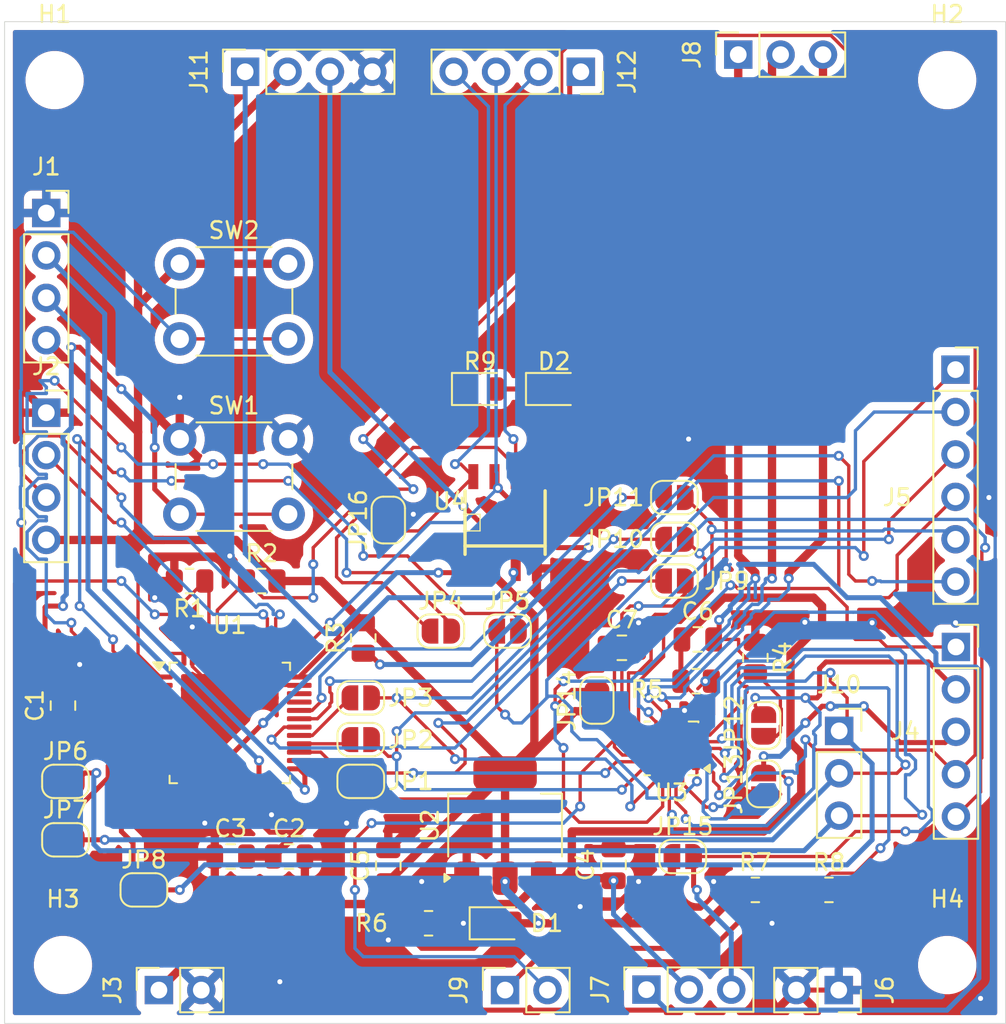
<source format=kicad_pcb>
(kicad_pcb (version 20241229) (generator "pcbnew") (generator_version "9.0")
  (layers (0 "F.Cu" signal) (2 "B.Cu" signal) (13 "F.Paste" user) (15 "B.Paste" user) (5 "F.SilkS" user "F.Silkscreen") (7 "B.SilkS" user "B.Silkscreen") (1 "F.Mask" user) (3 "B.Mask" user) (25 "Edge.Cuts" user))
  (net 0 "")
  (net 1 "/RESET")
  (net 2 "GND")
  (net 3 "+3V3")
  (net 4 "+BATT")
  (net 5 "/CP")
  (net 6 "/AVDD")
  (net 7 "Net-(D1-K)")
  (net 8 "Net-(D2-K)")
  (net 9 "/PGO")
  (net 10 "/TX")
  (net 11 "/RX")
  (net 12 "/SWCLK")
  (net 13 "/SWDIO")
  (net 14 "/MODE")
  (net 15 "/FAULT")
  (net 16 "/SLEW")
  (net 17 "/SLEEP")
  (net 18 "/GAIN")
  (net 19 "/INHC")
  (net 20 "/INLA")
  (net 21 "/INLB")
  (net 22 "/INLC")
  (net 23 "/INHA")
  (net 24 "/INHB")
  (net 25 "/VIN_AVDD")
  (net 26 "/OUTA")
  (net 27 "/OUTC")
  (net 28 "/OUTB")
  (net 29 "/CSAREF")
  (net 30 "/SOC")
  (net 31 "/SOB")
  (net 32 "/SOA")
  (net 33 "/VDD_5")
  (net 34 "/OUT")
  (net 35 "/DIR")
  (net 36 "/SDA")
  (net 37 "/SCL")
  (net 38 "Net-(JP1-A)")
  (net 39 "Net-(JP2-A)")
  (net 40 "Net-(JP3-A)")
  (net 41 "Net-(JP4-B)")
  (net 42 "Net-(JP5-B)")
  (net 43 "Net-(JP6-A)")
  (net 44 "Net-(JP7-A)")
  (net 45 "Net-(JP8-A)")
  (net 46 "Net-(JP9-A)")
  (net 47 "Net-(JP10-A)")
  (net 48 "Net-(JP11-A)")
  (net 49 "Net-(JP12-A)")
  (net 50 "/BOOT")
  (footprint "Resistor_SMD:R_0805_2012Metric" (layer "F.Cu") (at 165 92)
    (property "Reference" "R7")
    (property "Value" "10k")
  )
  (footprint "Connector_PinSocket_2.54mm:PinSocket_1x03_P2.54mm_Vertical" (layer "F.Cu") (at 170.025 82.475)
    (property "Reference" "J10")
    (property "Value" "SOx")
  )
  (footprint "Connector_PinSocket_2.54mm:PinSocket_1x03_P2.54mm_Vertical" (layer "F.Cu") (at 163.975 41.975 90)
    (property "Reference" "J8")
    (property "Value" "out")
  )
  (footprint "AS5600:SOIC8" (layer "F.Cu") (at 150 70)
    (property "Reference" "U4")
    (property "Value" "AS5600")
  )
  (footprint "Jumper:SolderJumper-2_P1.3mm_Open_RoundedPad1.0x1.5mm" (layer "F.Cu") (at 141.35 80.5)
    (property "Reference" "JP3")
    (property "Value" "SolderJumper_2_Open")
  )
  (footprint "Connector_PinSocket_2.54mm:PinSocket_1x02_P2.54mm_Vertical" (layer "F.Cu") (at 129.25 98 90)
    (property "Reference" "J3")
    (property "Value" "batt_1x2")
  )
  (footprint "Capacitor_SMD:C_0805_2012Metric" (layer "F.Cu") (at 156.5 90.5 90)
    (property "Reference" "C4")
    (property "Value" "10uF")
  )
  (footprint "Connector_PinSocket_2.54mm:PinSocket_1x02_P2.54mm_Vertical" (layer "F.Cu") (at 170 98 -90)
    (property "Reference" "J6")
    (property "Value" "gnd")
  )
  (footprint "Jumper:SolderJumper-2_P1.3mm_Open_RoundedPad1.0x1.5mm" (layer "F.Cu") (at 160.15 71)
    (property "Reference" "JP10")
    (property "Value" "SolderJumper_2_Open")
  )
  (footprint "Connector_PinSocket_2.54mm:PinSocket_1x04_P2.54mm_Vertical" (layer "F.Cu") (at 154.54 43 -90)
    (property "Reference" "J12")
    (property "Value" "Conn_01x04_Pin")
  )
  (footprint "Resistor_SMD:R_0805_2012Metric" (layer "F.Cu") (at 135.4125 73.5)
    (property "Reference" "R2")
    (property "Value" "4.7k")
  )
  (footprint "Resistor_SMD:R_0805_2012Metric" (layer "F.Cu") (at 145.4125 94)
    (property "Reference" "R6")
    (property "Value" "1k")
  )
  (footprint "Button_Switch_THT:SW_PUSH_6mm_H5mm" (layer "F.Cu") (at 130.5 54.5)
    (property "Reference" "SW2")
    (property "Value" "SW_Push")
  )
  (footprint "LED_SMD:LED_0805_2012Metric" (layer "F.Cu") (at 148.5 62)
    (property "Reference" "R9")
    (property "Value" "1k")
  )
  (footprint "Jumper:SolderJumper-2_P1.3mm_Open_RoundedPad1.0x1.5mm" (layer "F.Cu") (at 165.5 85.65 90)
    (property "Reference" "JP13")
    (property "Value" "SolderJumper_2_Open")
  )
  (footprint "Connector_PinSocket_2.54mm:PinSocket_1x06_P2.54mm_Vertical" (layer "F.Cu") (at 177 60.84)
    (property "Reference" "J5")
    (property "Value" "INH/Lx")
  )
  (footprint "Jumper:SolderJumper-2_P1.3mm_Open_RoundedPad1.0x1.5mm" (layer "F.Cu") (at 123.65 89)
    (property "Reference" "JP7")
    (property "Value" "SolderJumper_2_Open")
  )
  (footprint "Resistor_SMD:R_0805_2012Metric" (layer "F.Cu") (at 131.0875 73.5 180)
    (property "Reference" "R1")
    (property "Value" "10K")
  )
  (footprint "Connector_PinSocket_2.54mm:PinSocket_1x04_P2.54mm_Vertical" (layer "F.Cu") (at 134.42 43 90)
    (property "Reference" "J11")
    (property "Value" "Conn_01x04_Pin")
  )
  (footprint "Jumper:SolderJumper-2_P1.3mm_Open_RoundedPad1.0x1.5mm" (layer "F.Cu") (at 141.35 83)
    (property "Reference" "JP2")
    (property "Value" "SolderJumper_2_Open")
  )
  (footprint "Resistor_SMD:R_0805_2012Metric" (layer "F.Cu") (at 141.5 76.9125 90)
    (property "Reference" "R3")
    (property "Value" "4.7k")
  )
  (footprint "Jumper:SolderJumper-2_P1.3mm_Open_RoundedPad1.0x1.5mm" (layer "F.Cu") (at 123.65 85.5)
    (property "Reference" "JP6")
    (property "Value" "SolderJumper_2_Open")
  )
  (footprint "Jumper:SolderJumper-2_P1.3mm_Open_RoundedPad1.0x1.5mm" (layer "F.Cu") (at 141.35 85.5)
    (property "Reference" "JP1")
    (property "Value" "SolderJumper_2_Open")
  )
  (footprint "Capacitor_SMD:C_0805_2012Metric" (layer "F.Cu") (at 137.05 90)
    (property "Reference" "C2")
    (property "Value" "100nF")
  )
  (footprint "Jumper:SolderJumper-2_P1.3mm_Open_RoundedPad1.0x1.5mm" (layer "F.Cu") (at 128.35 92)
    (property "Reference" "JP8")
    (property "Value" "SolderJumper_2_Open")
  )
  (footprint "Connector_PinSocket_2.54mm:PinSocket_1x04_P2.54mm_Vertical" (layer "F.Cu") (at 122.5 63.42)
    (property "Reference" "J2")
    (property "Value" "ST-LINK Flasher")
  )
  (footprint "Capacitor_SMD:C_0805_2012Metric" (layer "F.Cu") (at 157 77.5)
    (property "Reference" "C7")
    (property "Value" "4.7uF")
  )
  (footprint "Connector_PinSocket_2.54mm:PinSocket_1x03_P2.54mm_Vertical" (layer "F.Cu") (at 158.475 97.975 90)
    (property "Reference" "J7")
    (property "Value" "V")
  )
  (footprint "Package_TO_SOT_SMD:SOT-223-3_TabPin2" (layer "F.Cu") (at 150 88.15 90)
    (property "Reference" "U2")
    (property "Value" "AMS1117")
  )
  (footprint "Jumper:SolderJumper-2_P1.3mm_Open_RoundedPad1.0x1.5mm" (layer "F.Cu") (at 165.5 82.15 90)
    (property "Reference" "JP12")
    (property "Value" "SolderJumper_2_Open")
  )
  (footprint "Jumper:SolderJumper-2_P1.3mm_Open_RoundedPad1.0x1.5mm" (layer "F.Cu") (at 160.15 68.5)
    (property "Reference" "JP11")
    (property "Value" "SolderJumper_2_Open")
  )
  (footprint "Connector_PinSocket_2.54mm:PinSocket_1x04_P2.54mm_Vertical" (layer "F.Cu") (at 122.5 51.46)
    (property "Reference" "J1")
    (property "Value" "UART")
  )
  (footprint "Connector_PinSocket_2.54mm:PinSocket_1x02_P2.54mm_Vertical" (layer "F.Cu") (at 150 98 90)
    (property "Reference" "J9")
    (property "Value" "~")
  )
  (footprint "Capacitor_SMD:C_0805_2012Metric" (layer "F.Cu") (at 143 90.55 90)
    (property "Reference" "C5")
    (property "Value" "10uF")
  )
  (footprint "Jumper:SolderJumper-2_P1.3mm_Open_RoundedPad1.0x1.5mm" (layer "F.Cu") (at 160.15 73.5)
    (property "Reference" "JP9")
    (property "Value" "SolderJumper_2_Open")
  )
  (footprint "Jumper:SolderJumper-2_P1.3mm_Open_RoundedPad1.0x1.5mm" (layer "F.Cu") (at 146.15 76.5)
    (property "Reference" "JP4")
    (property "Value" "SolderJumper_2_Open")
  )
  (footprint "Capacitor_SMD:C_0805_2012Metric" (layer "F.Cu") (at 161.55 77)
    (property "Reference" "C6")
    (property "Value" "0.1uF")
  )
  (footprint "Package_DFN_QFN:Texas_RRW0024A_WQFN-24-1EP_3x3mm_P0.4mm_EP1.9x1.9mm" (layer "F.Cu") (at 159.975 83.525 180)
    (property "Reference" "U3")
    (property "Value" "DRV8311H")
  )
  (footprint "Connector_PinSocket_2.54mm:PinSocket_1x05_P2.54mm_Vertical" (layer "F.Cu") (at 177.025 77.45)
    (property "Reference" "J4")
    (property "Value" "~")
  )
  (footprint "MountingHole:MountingHole_3mm" (layer "F.Cu") (at 123.5 96.5)
    (property "Reference" "H3")
    (property "Value" "M3")
  )
  (footprint "Resistor_SMD:R_0805_2012Metric" (layer "F.Cu") (at 161.45 79.5)
    (property "Reference" "R5")
    (property "Value" "0K")
  )
  (footprint "MountingHole:MountingHole_3mm" (layer "F.Cu") (at 123 43.5)
    (property "Reference" "H1")
    (property "Value" "M3")
  )
  (footprint "Jumper:SolderJumper-2_P1.3mm_Open_RoundedPad1.0x1.5mm" (layer "F.Cu") (at 143 69.85 90)
    (property "Reference" "JP16")
    (property "Value" "SolderJumper_2_Open")
  )
  (footprint "MountingHole:MountingHole_3mm" (layer "F.Cu") (at 176.5 96.5)
    (property "Reference" "H4")
    (property "Value" "M3")
  )
  (footprint "LED_SMD:LED_0805_2012Metric" (layer "F.Cu") (at 152.9375 62)
    (property "Reference" "D2")
    (property "Value" "LED_Small")
  )
  (footprint "Jumper:SolderJumper-2_P1.3mm_Open_RoundedPad1.0x1.5mm" (layer "F.Cu") (at 155.5 80.65 90)
    (property "Reference" "JP14")
    (property "Value" "SolderJumper_2_Open")
  )
  (footprint "Capacitor_SMD:C_0805_2012Metric_Pad1.18x1.45mm_HandSolder" (layer "F.Cu") (at 123.5 80.9625 90)
    (property "Reference" "C1")
    (property "Value" "100nF")
  )
  (footprint "LED_SMD:LED_0805_2012Metric" (layer "F.Cu") (at 149.5625 94)
    (property "Reference" "D1")
    (property "Value" "LED")
  )
  (footprint "Capacitor_SMD:C_0805_2012Metric" (layer "F.Cu") (at 133.55 90)
    (property "Reference" "C3")
    (property "Value" "1uF")
  )
  (footprint "Button_Switch_THT:SW_PUSH_6mm_H5mm" (layer "F.Cu") (at 130.5 65)
    (property "Reference" "SW1")
    (property "Value" "SW_Push")
  )
  (footprint "Jumper:SolderJumper-2_P1.3mm_Open_RoundedPad1.0x1.5mm" (layer "F.Cu") (at 150.15 76.5)
    (property "Reference" "JP5")
    (property "Value" "SolderJumper_2_Open")
  )
  (footprint "Resistor_SMD:R_0805_2012Metric" (layer "F.Cu") (at 165 78.0875 -90)
    (property "Reference" "R4")
    (property "Value" "47k")
  )
  (footprint "Resistor_SMD:R_0805_2012Metric" (layer "F.Cu") (at 169.4125 92)
    (property "Reference" "R8")
    (property "Value" "10k")
  )
  (footprint "MountingHole:MountingHole_3mm" (layer "F.Cu") (at 176.5 43.5)
    (property "Reference" "H2")
    (property "Value" "M3")
  )
  (footprint "Package_QFP:LQFP-48_7x7mm_P0.5mm" (layer "F.Cu") (at 133.5 82)
    (property "Reference" "U1")
    (property "Value" "STM32G431CBTx")
  )
  (footprint "Jumper:SolderJumper-2_P1.3mm_Open_RoundedPad1.0x1.5mm" (layer "F.Cu") (at 160.65 90)
    (property "Reference" "JP15")
    (property "Value" "SolderJumper_2_Open")
  )
  (gr_rect (start 120 40) (end 180 100) (stroke (width 0.05)) (fill no) (layer "Edge.Cuts"))
  (segment (start 166 97) (end 166.46 97) (width 0.2) (layer "F.Cu") (net 0))
  (segment (start 166.46 97) (end 166.64612 97.18612) (width 0.2) (layer "F.Cu") (net 0))
  (segment (start 123.5 75) (end 122.5 75) (width 0.3) (layer "F.Cu") (net 1))
  (segment (start 122.424 80.924) (end 123.5 82) (width 0.3) (layer "F.Cu") (net 1))
  (segment (start 129 65.5) (end 129 68) (width 0.3) (layer "F.Cu") (net 1))
  (segment (start 126.75 82.25) (end 126.5 82) (width 0.3) (layer "F.Cu") (net 1))
  (segment (start 129.3375 82.25) (end 126.75 82.25) (width 0.3) (layer "F.Cu") (net 1))
  (segment (start 130.5 69.5) (end 137 69.5) (width 0.2) (layer "F.Cu") (net 1))
  (segment (start 129 68) (end 130.5 69.5) (width 0.3) (layer "F.Cu") (net 1))
  (segment (start 122.5 75) (end 122.424 75.076) (width 0.3) (layer "F.Cu") (net 1))
  (segment (start 124.5 59.5) (end 127 62) (width 0.3) (layer "F.Cu") (net 1))
  (segment (start 126.5 82) (end 123.5 82) (width 0.3) (layer "F.Cu") (net 1))
  (segment (start 124 59.5) (end 124.5 59.5) (width 0.3) (layer "F.Cu") (net 1))
  (segment (start 122.424 75.076) (end 122.424 80.924) (width 0.3) (layer "F.Cu") (net 1))
  (via (at 123.5 75) (size 0.6) (drill 0.3) (layers "F.Cu" "B.Cu") (net 1))
  (via (at 129 65.5) (size 0.6) (drill 0.3) (layers "F.Cu" "B.Cu") (net 1))
  (via (at 127 62) (size 0.6) (drill 0.3) (layers "F.Cu" "B.Cu") (net 1))
  (via (at 124 59.5) (size 0.6) (drill 0.3) (layers "F.Cu" "B.Cu") (net 1))
  (segment (start 127 62) (end 129 64) (width 0.3) (layer "B.Cu") (net 1))
  (segment (start 124 64.322) (end 124 59.5) (width 0.3) (layer "B.Cu") (net 1))
  (segment (start 129 64) (end 129 65.5) (width 0.3) (layer "B.Cu") (net 1))
  (segment (start 123.5 74.5) (end 123.701 74.299) (width 0.3) (layer "B.Cu") (net 1))
  (segment (start 123.5 75) (end 123.5 74.5) (width 0.3) (layer "B.Cu") (net 1))
  (segment (start 123.701 74.299) (end 123.701 65.462529) (width 0.3) (layer "B.Cu") (net 1))
  (segment (start 123.5 65.261529) (end 123.5 64.822) (width 0.3) (layer "B.Cu") (net 1))
  (segment (start 123.5 64.822) (end 124 64.322) (width 0.3) (layer "B.Cu") (net 1))
  (segment (start 123.701 65.462529) (end 123.5 65.261529) (width 0.3) (layer "B.Cu") (net 1))
  (segment (start 144 88.6) (end 144 88.5) (width 0.5) (layer "F.Cu") (net 2))
  (segment (start 160.245 83.255) (end 160.245 82.5) (width 0.2) (layer "F.Cu") (net 2))
  (segment (start 163.25 67.25) (end 161 65) (width 0.2) (layer "F.Cu") (net 2))
  (segment (start 170 92.325) (end 170.325 92) (width 0.3) (layer "F.Cu") (net 2))
  (segment (start 132.391176 79.75) (end 131.25 78.608824) (width 0.2) (layer "F.Cu") (net 2))
  (segment (start 131.79 98) (end 132.991 99.201) (width 0.3) (layer "F.Cu") (net 2))
  (segment (start 146.325 94) (end 147.5 94) (width 0.2) (layer "F.Cu") (net 2))
  (segment (start 120.829 61.749) (end 120.829 61.171) (width 0.5) (layer "F.Cu") (net 2))
  (segment (start 137.6625 79.75) (end 132.391176 79.75) (width 0.2) (layer "F.Cu") (net 2))
  (segment (start 158.51 83.525) (end 159.975 83.525) (width 0.2) (layer "F.Cu") (net 2))
  (segment (start 160.755 81.255) (end 160.49 81.255) (width 0.2) (layer "F.Cu") (net 2))
  (segment (start 166.259 99.201) (end 167.46 98) (width 0.3) (layer "F.Cu") (net 2))
  (segment (start 135.75 87.25) (end 136 87.5) (width 0.2) (layer "F.Cu") (net 2))
  (segment (start 157.95 77.5) (end 157.95 76.05) (width 0.5) (layer "F.Cu") (net 2))
  (segment (start 156.5 93) (end 154.5 93) (width 0.2) (layer "F.Cu") (net 2))
  (segment (start 143 89.6) (end 144 88.6) (width 0.5) (layer "F.Cu") (net 2))
  (segment (start 160.245 82.06) (end 160.245 81.727226) (width 0.2) (layer "F.Cu") (net 2))
  (segment (start 160.717226 81.255) (end 160.246 81.726226) (width 0.2) (layer "F.Cu") (net 2))
  (segment (start 132.991 99.201) (end 166.259 99.201) (width 0.3) (layer "F.Cu") (net 2))
  (segment (start 131.25 78.608824) (end 131.25 77.8375) (width 0.2) (layer "F.Cu") (net 2))
  (segment (start 133 88) (end 132 88) (width 0.2) (layer "F.Cu") (net 2))
  (segment (start 170 98) (end 170 92.325) (width 0.3) (layer "F.Cu") (net 2))
  (segment (start 158 91.5) (end 156.5 93) (width 0.2) (layer "F.Cu") (net 2))
  (segment (start 122.5 63.42) (end 120.829 61.749) (width 0.5) (layer "F.Cu") (net 2))
  (segment (start 131.25 77.8375) (end 131.25 76.25) (width 0.2) (layer "F.Cu") (net 2))
  (segment (start 160.245 82.06) (end 160.245 81.5) (width 0.2) (layer "F.Cu") (net 2))
  (segment (start 157.95 76.05) (end 158 76) (width 0.5) (layer "F.Cu") (net 2))
  (segment (start 160.245 82.5) (end 160.245 82.06) (width 0.2) (layer "F.Cu") (net 2))
  (segment (start 160.755 81.255) (end 160.717226 81.255) (width 0.2) (layer "F.Cu") (net 2))
  (segment (start 163.25 72.75) (end 163.25 67.25) (width 0.2) (layer "F.Cu") (net 2))
  (segment (start 135.75 86.1625) (end 135.75 87.25) (width 0.2) (layer "F.Cu") (net 2))
  (segment (start 167.46 98) (end 170 98) (width 0.3) (layer "F.Cu") (net 2))
  (segment (start 159.975 83.525) (end 160.245 83.255) (width 0.2) (layer "F.Cu") (net 2))
  (segment (start 133.75 87.25) (end 133 88) (width 0.2) (layer "F.Cu") (net 2))
  (segment (start 165 77.175) (end 165 77) (width 0.2) (layer "F.Cu") (net 2))
  (segment (start 160.49 81.255) (end 160.245 81.5) (width 0.2) (layer "F.Cu") (net 2))
  (segment (start 172 76) (end 177 76) (width 0.2) (layer "F.Cu") (net 2))
  (segment (start 133.75 86.1625) (end 133.75 87.25) (width 0.2) (layer "F.Cu") (net 2))
  (segment (start 130.5 65) (end 130.5 62.5) (width 0.5) (layer "F.Cu") (net 2))
  (via (at 136 87.5) (size 0.6) (drill 0.3) (layers "F.Cu" "B.Cu") (net 2))
  (via (at 131.25 76.25) (size 0.6) (drill 0.3) (layers "F.Cu" "B.Cu") (net 2))
  (via (at 160.755 81.255) (size 0.6) (drill 0.3) (layers "F.Cu" "B.Cu") (net 2))
  (via (at 130.5 62.5) (size 0.6) (drill 0.3) (layers "F.Cu" "B.Cu") (net 2))
  (via (at 166 94) (size 0.6) (drill 0.3) (layers "F.Cu" "B.Cu") (net 2))
  (via (at 154.5 93) (size 0.6) (drill 0.3) (layers "F.Cu" "B.Cu") (net 2))
  (via (at 143 95) (size 0.6) (drill 0.3) (layers "F.Cu" "B.Cu") (net 2))
  (via (at 158 91.5) (size 0.6) (drill 0.3) (layers "F.Cu" "B.Cu") (net 2))
  (via (at 179 68.5) (size 0.6) (drill 0.3) (layers "F.Cu" "B.Cu") (net 2))
  (via (at 172 76) (size 0.6) (drill 0.3) (layers "F.Cu" "B.Cu") (net 2))
  (via (at 161 65) (size 0.6) (drill 0.3) (layers "F.Cu" "B.Cu") (net 2))
  (via (at 164 87) (size 0.6) (drill 0.3) (layers "F.Cu" "B.Cu") (net 2))
  (via (at 145 91.5) (size 0.6) (drill 0.3) (layers "F.Cu" "B.Cu") (net 2))
  (via (at 162.5 91.5) (size 0.6) (drill 0.3) (layers "F.Cu" "B.Cu") (net 2))
  (via (at 136.5 97.5) (size 0.6) (drill 0.3) (layers "F.Cu" "B.Cu") (net 2))
  (via (at 167.969669 75.969669) (size 0.6) (drill 0.3) (layers "F.Cu" "B.Cu") (net 2))
  (via (at 158 76) (size 0.6) (drill 0.3) (layers "F.Cu" "B.Cu") (net 2))
  (via (at 178.5 98.5) (size 0.6) (drill 0.3) (layers "F.Cu" "B.Cu") (net 2))
  (via (at 144.5 69.5) (size 0.6) (drill 0.3) (layers "F.Cu" "B.Cu") (net 2))
  (via (at 129 74.5) (size 0.6) (drill 0.3) (layers "F.Cu" "B.Cu") (net 2))
  (via (at 140.5 88) (size 0.6) (drill 0.3) (layers "F.Cu" "B.Cu") (net 2))
  (via (at 133.5 72) (size 0.6) (drill 0.3) (layers "F.Cu" "B.Cu") (net 2))
  (via (at 130.5 62.5) (size 0.6) (drill 0.3) (layers "F.Cu" "B.Cu") (net 2))
  (via (at 163.25 72.75) (size 0.6) (drill 0.3) (layers "F.Cu" "B.Cu") (net 2))
  (via (at 130.5 62.5) (size 0.6) (drill 0.3) (layers "F.Cu" "B.Cu") (net 2))
  (via (at 132 88) (size 0.6) (drill 0.3) (layers "F.Cu" "B.Cu") (net 2))
  (via (at 147.5 94) (size 0.6) (drill 0.3) (layers "F.Cu" "B.Cu") (net 2))
  (via (at 177 76) (size 0.6) (drill 0.3) (layers "F.Cu" "B.Cu") (net 2))
  (via (at 124.5 78.5) (size 0.6) (drill 0.3) (layers "F.Cu" "B.Cu") (net 2))
  (segment (start 162.795 79.4366) (end 162.795 80.1379) (width 0.2) (layer "B.Cu") (net 2))
  (segment (start 163.9366 78.295) (end 162.795 79.4366) (width 0.2) (layer "B.Cu") (net 2))
  (segment (start 129.5 74.5) (end 129 74.5) (width 0.2) (layer "B.Cu") (net 2))
  (segment (start 162.328711 87.747) (end 163.253 87.747) (width 0.2) (layer "B.Cu") (net 2))
  (segment (start 163.25 72.75) (end 163.5 72.5) (width 0.2) (layer "B.Cu") (net 2))
  (segment (start 167.969669 75.969669) (end 168 76) (width 0.2) (layer "B.Cu") (net 2))
  (segment (start 162.795 80.1379) (end 162.349 80.5839) (width 0.2) (layer "B.Cu") (net 2))
  (segment (start 162.349 80.5839) (end 162.349 81.0168) (width 0.2) (layer "B.Cu") (net 2))
  (segment (start 158 76) (end 160 76) (width 0.2) (layer "B.Cu") (net 2))
  (segment (start 167.969669 75.969669) (end 166.5 77.439338) (width 0.2) (layer "B.Cu") (net 2))
  (segment (start 177 76) (end 179.377 73.623) (width 0.2) (layer "B.Cu") (net 2))
  (segment (start 146.5 95) (end 143 95) (width 0.2) (layer "B.Cu") (net 2))
  (segment (start 179.377 69.877) (end 179 69.5) (width 0.2) (layer "B.Cu") (net 2))
  (segment (start 179 69.5) (end 179 68.5) (width 0.2) (layer "B.Cu") (net 2))
  (segment (start 166.205 78.295) (end 163.9366 78.295) (width 0.2) (layer "B.Cu") (net 2))
  (segment (start 179.377 73.623) (end 179.377 69.877) (width 0.2) (layer "B.Cu") (net 2))
  (segment (start 161.876737 87.295026) (end 162.328711 87.747) (width 0.2) (layer "B.Cu") (net 2))
  (segment (start 163.253 87.747) (end 164 87) (width 0.2) (layer "B.Cu") (net 2))
  (segment (start 166.5 78) (end 166.205 78.295) (width 0.2) (layer "B.Cu") (net 2))
  (segment (start 162.101 82.601) (end 162.101 86.572877) (width 0.2) (layer "B.Cu") (net 2))
  (segment (start 161.876737 86.79714) (end 161.876737 87.295026) (width 0.2) (layer "B.Cu") (net 2))
  (segment (start 160 76) (end 160.150057 76) (width 0.2) (layer "B.Cu") (net 2))
  (segment (start 168 76) (end 172 76) (width 0.2) (layer "B.Cu") (net 2))
  (segment (start 147.5 94) (end 146.5 95) (width 0.2) (layer "B.Cu") (net 2))
  (segment (start 166.5 77.439338) (end 166.5 78) (width 0.2) (layer "B.Cu") (net 2))
  (segment (start 162.101 86.572877) (end 161.876737 86.79714) (width 0.2) (layer "B.Cu") (net 2))
  (segment (start 160.755 81.255) (end 162.101 82.601) (width 0.2) (layer "B.Cu") (net 2))
  (segment (start 131.25 76.25) (end 129.5 74.5) (width 0.2) (layer "B.Cu") (net 2))
  (segment (start 160 76) (end 163.25 72.75) (width 0.2) (layer "B.Cu") (net 2))
  (segment (start 162.1108 81.255) (end 160.755 81.255) (width 0.2) (layer "B.Cu") (net 2))
  (segment (start 162.349 81.0168) (end 162.1108 81.255) (width 0.2) (layer "B.Cu") (net 2))
  (segment (start 145.5 80) (end 144.794 79.294) (width 0.5) (layer "F.Cu") (net 3))
  (segment (start 133.865 71.04) (end 129.5 71.04) (width 0.5) (layer "F.Cu") (net 3))
  (segment (start 138.05 87.9625) (end 138.05 88.05) (width 0.3) (layer "F.Cu") (net 3))
  (segment (start 137.6625 79.25) (end 140.9125 76) (width 0.3) (layer "F.Cu") (net 3))
  (segment (start 136.25 86.1625) (end 137.54375 87.45625) (width 0.3) (layer "F.Cu") (net 3))
  (segment (start 150.5 94) (end 152 94) (width 0.5) (layer "F.Cu") (net 3))
  (segment (start 140.9125 76) (end 141.5 76) (width 0.3) (layer "F.Cu") (net 3))
  (segment (start 136.325 73.5) (end 133.865 71.04) (width 0.5) (layer "F.Cu") (net 3))
  (segment (start 136.96 43) (end 128 51.96) (width 0.5) (layer "F.Cu") (net 3))
  (segment (start 136.1 90) (end 134.5 90) (width 0.5) (layer "F.Cu") (net 3))
  (segment (start 128 71.5) (end 128 76) (width 0.2) (layer "F.Cu") (net 3))
  (segment (start 134.75 87.4) (end 135.425 88.075) (width 0.3) (layer "F.Cu") (net 3))
  (segment (start 129 71.04) (end 128.46 71.04) (width 0.5) (layer "F.Cu") (net 3))
  (segment (start 157 94) (end 162.0875 94) (width 0.5) (layer "F.Cu") (net 3))
  (segment (start 137.54375 87.45625) (end 138.05 87.9625) (width 0.3) (layer "F.Cu") (net 3))
  (segment (start 128 70.5) (end 128 71.04) (width 0.5) (layer "F.Cu") (net 3))
  (segment (start 138 87.45625) (end 137.54375 87.45625) (width 0.5) (layer "F.Cu") (net 3))
  (segment (start 134.25 86.1625) (end 134.25 86.899999) (width 0.3) (layer "F.Cu") (net 3))
  (segment (start 138.45625 87.45625) (end 138 87.45625) (width 0.5) (layer "F.Cu") (net 3))
  (segment (start 130.5 54.5) (end 137 54.5) (width 0.5) (layer "F.Cu") (net 3))
  (segment (start 138.55 87.55) (end 138.45625 87.45625) (width 0.5) (layer "F.Cu") (net 3))
  (segment (start 151.756 75.591) (end 151.756 83.244) (width 0.5) (layer "F.Cu") (net 3))
  (segment (start 127 71.04) (end 127.46 71.04) (width 0.5) (layer "F.Cu") (net 3))
  (segment (start 128 64.58) (end 128 70.5) (width 0.5) (layer "F.Cu") (net 3))
  (segment (start 128 76) (end 128 77.9125) (width 0.2) (layer "F.Cu") (net 3))
  (segment (start 150.5 85) (end 154.2 81.3) (width 0.5) (layer "F.Cu") (net 3))
  (segment (start 122.5 59.08) (end 128 64.58) (width 0.5) (layer "F.Cu") (net 3))
  (segment (start 138.55 87.55) (end 138.05 88.05) (width 0.5) (layer "F.Cu") (net 3))
  (segment (start 129 71.04) (end 128.54 71.04) (width 0.5) (layer "F.Cu") (net 3))
  (segment (start 128 51.96) (end 128 57) (width 0.5) (layer "F.Cu") (net 3))
  (segment (start 150 84.5) (end 145.5 80) (width 0.5) (layer "F.Cu") (net 3))
  (segment (start 137.54375 88.54375) (end 137.54375 87.45625) (width 0.5) (layer "F.Cu") (net 3))
  (segment (start 134.75 86.1625) (end 134.75 87) (width 0.3) (layer "F.Cu") (net 3))
  (segment (start 127.54 71.04) (end 128 71.5) (width 0.5) (layer "F.Cu") (net 3))
  (segment (start 149.365 72.75) (end 149.365 73.2) (width 0.5) (layer "F.Cu") (net 3))
  (segment (start 139.394 86.706) (end 138.55 87.55) (width 0.5) (layer "F.Cu") (net 3))
  (segment (start 138 88) (end 138.05 88.05) (width 0.5) (layer "F.Cu") (net 3))
  (segment (start 162.0875 94) (end 164.0875 92) (width 0.5) (layer "F.Cu") (net 3))
  (segment (start 134.25 86.899999) (end 134.425 87.075) (width 0.3) (layer "F.Cu") (net 3))
  (segment (start 145.5 80) (end 141.5 76) (width 0.5) (layer "F.Cu") (net 3))
  (segment (start 135.425 88.075) (end 135.893751 88.54375) (width 0.3) (layer "F.Cu") (net 3))
  (segment (start 151.756 83.244) (end 150 85) (width 0.5) (layer "F.Cu") (net 3))
  (segment (start 128 71.04) (end 127 71.04) (width 0.5) (layer "F.Cu") (net 3))
  (segment (start 134.5 87) (end 134.425 87.075) (width 0.3) (layer "F.Cu") (net 3))
  (segment (start 150 91.3) (end 150 85) (width 0.5) (layer "F.Cu") (net 3))
  (segment (start 129.5 71.04) (end 129 71.04) (width 0.5) (layer "F.Cu") (net 3))
  (segment (start 128 76) (end 129.8375 77.8375) (width 0.2) (layer "F.Cu") (net 3))
  (segment (start 127 71.04) (end 122.5 71.04) (width 0.5) (layer "F.Cu") (net 3))
  (segment (start 150 85) (end 150 84.5) (width 0.5) (layer "F.Cu") (net 3))
  (segment (start 138 87.45625) (end 138 88) (width 0.5) (layer "F.Cu") (net 3))
  (segment (start 128 71.5) (end 128 71.04) (width 0.2) (layer "F.Cu") (net 3))
  (segment (start 137.55 88.55) (end 138.05 88.05) (width 0.5) (layer "F.Cu") (net 3))
  (segment (start 134.75 87) (end 134.75 87.4) (width 0.3) (layer "F.Cu") (net 3))
  (segment (start 127.46 71.04) (end 128 70.5) (width 0.5) (layer "F.Cu") (net 3))
  (segment (start 152 94) (end 157 94) (width 0.5) (layer "F.Cu") (net 3))
  (segment (start 160 91) (end 157 94) (width 0.5) (layer "F.Cu") (net 3))
  (segment (start 139 73.5) (end 141.5 76) (width 0.5) (layer "F.Cu") (net 3))
  (segment (start 143 91.5) (end 149.5 85) (width 0.5) (layer "F.Cu") (net 3))
  (segment (start 129.8375 77.8375) (end 130.75 77.8375) (width 0.2) (layer "F.Cu") (net 3))
  (segment (start 149.365 73.2) (end 151.756 75.591) (width 0.5) (layer "F.Cu") (net 3))
  (segment (start 130.5 54.5) (end 128 57) (width 0.5) (layer "F.Cu") (net 3))
  (segment (start 154.2 81.3) (end 155.5 81.3) (width 0.5) (layer "F.Cu") (net 3))
  (segment (start 150 85) (end 148.294 86.706) (width 0.5) (layer "F.Cu") (net 3))
  (segment (start 134.75 87) (end 134.5 87) (width 0.3) (layer "F.Cu") (net 3))
  (segment (start 148.294 86.706) (end 139.394 86.706) (width 0.5) (layer "F.Cu") (net 3))
  (segment (start 150 85) (end 150.5 85) (width 0.5) (layer "F.Cu") (net 3))
  (segment (start 129.5 71.04) (end 128 71.04) (width 0.5) (layer "F.Cu") (net 3))
  (segment (start 149.5 85) (end 150 85) (width 0.5) (layer "F.Cu") (net 3))
  (segment (start 136.1 90) (end 137.55 88.55) (width 0.5) (layer "F.Cu") (net 3))
  (segment (start 127.46 71.04) (end 127.54 71.04) (width 0.5) (layer "F.Cu") (net 3))
  (segment (start 160 90) (end 160 91) (width 0.5) (layer "F.Cu") (net 3))
  (segment (start 134.425 87.075) (end 135.425 88.075) (width 0.3) (layer "F.Cu") (net 3))
  (segment (start 128 77.9125) (end 129.3375 79.25) (width 0.2) (layer "F.Cu") (net 3))
  (segment (start 128 57) (end 128 64.58) (width 0.5) (layer "F.Cu") (net 3))
  (segment (start 137.55 88.55) (end 137.54375 88.54375) (width 0.5) (layer "F.Cu") (net 3))
  (segment (start 136.325 73.5) (end 139 73.5) (width 0.5) (layer "F.Cu") (net 3))
  (segment (start 128.54 71.04) (end 128 70.5) (width 0.5) (layer "F.Cu") (net 3))
  (segment (start 128.46 71.04) (end 128 71.5) (width 0.5) (layer "F.Cu") (net 3))
  (segment (start 135.893751 88.54375) (end 137.54375 88.54375) (width 0.3) (layer "F.Cu") (net 3))
  (via (at 150 91.5) (size 0.6) (drill 0.3) (layers "F.Cu" "B.Cu") (net 3))
  (via (at 152 94) (size 0.6) (drill 0.3) (layers "F.Cu" "B.Cu") (net 3))
  (segment (start 150 92) (end 150 91.5) (width 0.5) (layer "B.Cu") (net 3))
  (segment (start 152 94) (end 150 92) (width 0.5) (layer "B.Cu") (net 3))
  (segment (start 160.645 80) (end 160.645 79.6075) (width 0.2) (layer "F.Cu") (net 4))
  (segment (start 150.751 92.849) (end 152.3 91.3) (width 0.5) (layer "F.Cu") (net 4))
  (segment (start 160.94 82.06) (end 161.076 81.924) (width 0.2) (layer "F.Cu") (net 4))
  (segment (start 153.5 91.3) (end 154 91.3) (width 0.5) (layer "F.Cu") (net 4))
  (segment (start 154.5 91.3) (end 156.35 91.3) (width 0.5) (layer "F.Cu") (net 4))
  (segment (start 162.099 80.599) (end 162 80.5) (width 0.2) (layer "F.Cu") (net 4))
  (segment (start 134.401 92.849) (end 150.751 92.849) (width 0.5) (layer "F.Cu") (net 4))
  (segment (start 167.107 77.893) (end 169 76) (width 0.5) (layer "F.Cu") (net 4))
  (segment (start 154 91.3) (end 154 88.5) (width 0.5) (layer "F.Cu") (net 4))
  (segment (start 156.35 91.3) (end 156.5 91.45) (width 0.5) (layer "F.Cu") (net 4))
  (segment (start 154 90.5) (end 154 90.8) (width 0.5) (layer "F.Cu") (net 4))
  (segment (start 169 76) (end 169 75) (width 0.5) (layer "F.Cu") (net 4))
  (segment (start 154 90.8) (end 153.5 91.3) (width 0.5) (layer "F.Cu") (net 4))
  (segment (start 163.1 74.5) (end 160.5 77.1) (width 0.5) (layer "F.Cu") (net 4))
  (segment (start 169 75) (end 168.5 74.5) (width 0.5) (layer "F.Cu") (net 4))
  (segment (start 162.099 81.325) (end 162.099 80.599) (width 0.2) (layer "F.Cu") (net 4))
  (segment (start 154 88.5) (end 165.5 88.5) (width 0.5) (layer "F.Cu") (net 4))
  (segment (start 168.5 74.5) (end 163.1 74.5) (width 0.5) (layer "F.Cu") (net 4))
  (segment (start 167.107 83.169075) (end 167.107 77.893) (width 0.5) (layer "F.Cu") (net 4))
  (segment (start 160.645 82.06) (end 160.94 82.06) (width 0.2) (layer "F.Cu") (net 4))
  (segment (start 165.5 88.5) (end 167.751 86.249) (width 0.5) (layer "F.Cu") (net 4))
  (segment (start 162 80.5) (end 161.5375 80.5) (width 0.2) (layer "F.Cu") (net 4))
  (segment (start 160.5 77.1) (end 160.5 77.5) (width 0.5) (layer "F.Cu") (net 4))
  (segment (start 160.645 79.6075) (end 160.5375 79.5) (width 0.2) (layer "F.Cu") (net 4))
  (segment (start 129.25 98) (end 134.401 92.849) (width 0.5) (layer "F.Cu") (net 4))
  (segment (start 154 91.3) (end 154 90.5) (width 0.5) (layer "F.Cu") (net 4))
  (segment (start 160.5375 79.5) (end 160.5375 77.5375) (width 0.3) (layer "F.Cu") (net 4))
  (segment (start 167.751 86.249) (end 167.751 83.813075) (width 0.5) (layer "F.Cu") (net 4))
  (segment (start 154 90.8) (end 154.5 91.3) (width 0.5) (layer "F.Cu") (net 4))
  (segment (start 154 91.3) (end 154.5 91.3) (width 0.5) (layer "F.Cu") (net 4))
  (segment (start 161.076 81.924) (end 161.5 81.924) (width 0.2) (layer "F.Cu") (net 4))
  (segment (start 160.5375 77.5375) (end 160.5 77.5) (width 0.2) (layer "F.Cu") (net 4))
  (segment (start 161.5 81.924) (end 162.099 81.325) (width 0.2) (layer "F.Cu") (net 4))
  (segment (start 161.5375 80.5) (end 160.5375 79.5) (width 0.2) (layer "F.Cu") (net 4))
  (segment (start 152.3 91.3) (end 153.5 91.3) (width 0.5) (layer "F.Cu") (net 4))
  (segment (start 167.751 83.813075) (end 167.107 83.169075) (width 0.5) (layer "F.Cu") (net 4))
  (via (at 156.5 91.45) (size 0.6) (drill 0.3) (layers "F.Cu" "B.Cu") (net 4))
  (segment (start 161.015 97.975) (end 156.5 93.46) (width 0.3) (layer "B.Cu") (net 4))
  (segment (start 156.5 93.46) (end 156.5 91.5) (width 0.3) (layer "B.Cu") (net 4))
  (segment (start 162.4 77.5) (end 162.9 77) (width 0.2) (layer "F.Cu") (net 5))
  (segment (start 162.275 82.725) (end 161.44 82.725) (width 0.2) (layer "F.Cu") (net 5))
  (segment (start 164.5 78.17366) (end 164.5 78.1865) (width 0.2) (layer "F.Cu") (net 5))
  (segment (start 164.5 80.150057) (end 164.399 80.251057) (width 0.2) (layer "F.Cu") (net 5))
  (segment (start 163.999 79.49766) (end 164.31484 79.8135) (width 0.2) (layer "F.Cu") (net 5))
  (segment (start 162.830331 75.830331) (end 162.830331 76.669669) (width 0.3) (layer "F.Cu") (net 5))
  (segment (start 164.5 78.1865) (end 164.31484 78.1865) (width 0.2) (layer "F.Cu") (net 5))
  (segment (start 164.5 79.8135) (end 164.5 80.150057) (width 0.2) (layer "F.Cu") (net 5))
  (segment (start 162.4 77.1) (end 162.4 77.5) (width 0.3) (layer "F.Cu") (net 5))
  (segment (start 164.31484 79.8135) (end 164.5 79.8135) (width 0.2) (layer "F.Cu") (net 5))
  (segment (start 164.399 80.601) (end 162.275 82.725) (width 0.2) (layer "F.Cu") (net 5))
  (segment (start 162.830331 76.669669) (end 162.4 77.1) (width 0.3) (layer "F.Cu") (net 5))
  (segment (start 164.399 80.251057) (end 164.399 80.601) (width 0.2) (layer "F.Cu") (net 5))
  (segment (start 163.999 78.50234) (end 163.999 79.49766) (width 0.2) (layer "F.Cu") (net 5))
  (segment (start 163.999 77) (end 163.999 77.67266) (width 0.2) (layer "F.Cu") (net 5))
  (segment (start 162.9 77) (end 163.999 77) (width 0.2) (layer "F.Cu") (net 5))
  (segment (start 164.31484 78.1865) (end 163.999 78.50234) (width 0.2) (layer "F.Cu") (net 5))
  (segment (start 163.999 77.67266) (end 164.5 78.17366) (width 0.2) (layer "F.Cu") (net 5))
  (via (at 162.830331 75.830331) (size 0.6) (drill 0.3) (layers "F.Cu" "B.Cu") (net 5))
  (segment (start 176.48742 99.201) (end 159.701 99.201) (width 0.3) (layer "B.Cu") (net 5))
  (segment (start 159.701 99.201) (end 158.475 97.975) (width 0.3) (layer "B.Cu") (net 5))
  (segment (start 170.5 74.5) (end 172.5 74.5) (width 0.3) (layer "B.Cu") (net 5))
  (segment (start 164 72.5) (end 168.5 72.5) (width 0.3) (layer "B.Cu") (net 5))
  (segment (start 178.226 78.651) (end 178.401 78.826) (width 0.3) (layer "B.Cu") (net 5))
  (segment (start 163.5 75.160662) (end 163.5 75) (width 0.3) (layer "B.Cu") (net 5))
  (segment (start 164.151 72.651) (end 164 72.5) (width 0.3) (layer "B.Cu") (net 5))
  (segment (start 162.830331 75.830331) (end 163.5 75.160662) (width 0.3) (layer "B.Cu") (net 5))
  (segment (start 172.5 74.5) (end 175.824 77.824) (width 0.3) (layer "B.Cu") (net 5))
  (segment (start 175.824 78.5) (end 175.849 78.5) (width 0.3) (layer "B.Cu") (net 5))
  (segment (start 178.401 78.826) (end 178.401 97.28742) (width 0.3) (layer "B.Cu") (net 5))
  (segment (start 178.401 97.28742) (end 176.48742 99.201) (width 0.3) (layer "B.Cu") (net 5))
  (segment (start 163.5 75) (end 164.151 74.349) (width 0.3) (layer "B.Cu") (net 5))
  (segment (start 176 78.651) (end 178.226 78.651) (width 0.3) (layer "B.Cu") (net 5))
  (segment (start 168.5 72.5) (end 170.5 74.5) (width 0.3) (layer "B.Cu") (net 5))
  (segment (start 175.824 77.824) (end 175.824 78.5) (width 0.3) (layer "B.Cu") (net 5))
  (segment (start 164.151 74.349) (end 164.151 72.651) (width 0.3) (layer "B.Cu") (net 5))
  (segment (start 175.849 78.5) (end 176 78.651) (width 0.3) (layer "B.Cu") (net 5))
  (segment (start 154.5 85.056) (end 154.5 87) (width 0.2) (layer "F.Cu") (net 6))
  (segment (start 141 89) (end 141 92) (width 0.2) (layer "F.Cu") (net 6))
  (segment (start 156.556 78.006) (end 156.05 77.5) (width 0.2) (layer "F.Cu") (net 6))
  (segment (start 156.556 83.444) (end 156.556 83) (width 0.2) (layer "F.Cu") (net 6))
  (segment (start 142 88) (end 141 89) (width 0.2) (layer "F.Cu") (net 6))
  (segment (start 156.556 83) (end 154.5 85.056) (width 0.2) (layer "F.Cu") (net 6))
  (segment (start 158.51 83.925) (end 157.037 83.925) (width 0.2) (layer "F.Cu") (net 6))
  (segment (start 156.556 83) (end 156.556 78.006) (width 0.2) (layer "F.Cu") (net 6))
  (segment (start 157.037 83.925) (end 156.556 83.444) (width 0.2) (layer "F.Cu") (net 6))
  (via (at 154.5 87) (size 0.6) (drill 0.3) (layers "F.Cu" "B.Cu") (net 6))
  (via (at 142 88) (size 0.6) (drill 0.3) (layers "F.Cu" "B.Cu") (net 6))
  (via (at 141 92) (size 0.6) (drill 0.3) (layers "F.Cu" "B.Cu") (net 6))
  (segment (start 150.54 96) (end 141.5 96) (width 0.2) (layer "B.Cu") (net 6))
  (segment (start 152.54 98) (end 150.54 96) (width 0.2) (layer "B.Cu") (net 6))
  (segment (start 153.5 88) (end 142 88) (width 0.2) (layer "B.Cu") (net 6))
  (segment (start 154.5 87) (end 153.5 88) (width 0.2) (layer "B.Cu") (net 6))
  (segment (start 141 95.5) (end 141 92) (width 0.2) (layer "B.Cu") (net 6))
  (segment (start 141.5 96) (end 141 95.5) (width 0.2) (layer "B.Cu") (net 6))
  (segment (start 148.125 95.5) (end 148.625 95) (width 0.3) (layer "F.Cu") (net 7))
  (segment (start 145 95.5) (end 148.125 95.5) (width 0.3) (layer "F.Cu") (net 7))
  (segment (start 144.5 95) (end 145 95.5) (width 0.3) (layer "F.Cu") (net 7))
  (segment (start 144.5 94) (end 144.5 95) (width 0.3) (layer "F.Cu") (net 7))
  (segment (start 148.625 95) (end 148.625 94) (width 0.3) (layer "F.Cu") (net 7))
  (segment (start 152 62) (end 149.4375 62) (width 0.3) (layer "F.Cu") (net 8))
  (segment (start 153.875 43.665) (end 154.54 43) (width 0.3) (layer "F.Cu") (net 9))
  (segment (start 153.875 62) (end 153.875 65.28) (width 0.3) (layer "F.Cu") (net 9))
  (segment (start 153.875 62) (end 153.875 43.665) (width 0.3) (layer "F.Cu") (net 9))
  (segment (start 153.875 65.28) (end 151.905 67.25) (width 0.3) (layer "F.Cu") (net 9))
  (segment (start 137.6625 84.75) (end 138 85.0875) (width 0.3) (layer "F.Cu") (net 10))
  (segment (start 138 85.0875) (end 138 86) (width 0.3) (layer "F.Cu") (net 10))
  (via (at 138 86) (size 0.6) (drill 0.3) (layers "F.Cu" "B.Cu") (net 10))
  (segment (start 126 57.5) (end 122.5 54) (width 0.3) (layer "B.Cu") (net 10))
  (segment (start 138 86) (end 126 74) (width 0.3) (layer "B.Cu") (net 10))
  (segment (start 126 74) (end 126 57.5) (width 0.3) (layer "B.Cu") (net 10))
  (segment (start 135.25 86.1625) (end 135.25 84.25) (width 0.3) (layer "F.Cu") (net 11))
  (via (at 135.25 84.25) (size 0.6) (drill 0.3) (layers "F.Cu" "B.Cu") (net 11))
  (segment (start 125 59.04) (end 122.5 56.54) (width 0.3) (layer "B.Cu") (net 11))
  (segment (start 135.25 84.25) (end 125 74) (width 0.3) (layer "B.Cu") (net 11))
  (segment (start 125 74) (end 125 59.04) (width 0.3) (layer "B.Cu") (net 11))
  (segment (start 126.54 70) (end 122.5 65.96) (width 0.2) (layer "F.Cu") (net 12))
  (segment (start 135.75 77.8375) (end 135.75 75.75) (width 0.2) (layer "F.Cu") (net 12))
  (segment (start 135.75 75.75) (end 135.5 75.5) (width 0.2) (layer "F.Cu") (net 12))
  (segment (start 127 70) (end 126.54 70) (width 0.2) (layer "F.Cu") (net 12))
  (via (at 135.5 75.5) (size 0.6) (drill 0.3) (layers "F.Cu" "B.Cu") (net 12))
  (via (at 127 70) (size 0.6) (drill 0.3) (layers "F.Cu" "B.Cu") (net 12))
  (via (at 135.5 75.5) (size 0.6) (drill 0.3) (layers "F.Cu" "B.Cu") (net 12))
  (via (at 135.5 75.5) (size 0.6) (drill 0.3) (layers "F.Cu" "B.Cu") (net 12))
  (segment (start 132.5 75.5) (end 127 70) (width 0.2) (layer "B.Cu") (net 12))
  (segment (start 135.5 75.5) (end 132.5 75.5) (width 0.2) (layer "B.Cu") (net 12))
  (segment (start 136.25 75.75) (end 136.5 75.5) (width 0.2) (layer "F.Cu") (net 13))
  (segment (start 136.25 77.8375) (end 136.25 75.75) (width 0.2) (layer "F.Cu") (net 13))
  (segment (start 127 68.5) (end 123.309 64.809) (width 0.2) (layer "F.Cu") (net 13))
  (segment (start 123.309 64.809) (end 122.02324 64.809) (width 0.2) (layer "F.Cu") (net 13))
  (segment (start 121 67) (end 122.5 68.5) (width 0.2) (layer "F.Cu") (net 13))
  (segment (start 121 65.83224) (end 121 67) (width 0.2) (layer "F.Cu") (net 13))
  (segment (start 122.02324 64.809) (end 121 65.83224) (width 0.2) (layer "F.Cu") (net 13))
  (via (at 127 68.5) (size 0.6) (drill 0.3) (layers "F.Cu" "B.Cu") (net 13))
  (via (at 136.5 75.5) (size 0.6) (drill 0.3) (layers "F.Cu" "B.Cu") (net 13))
  (segment (start 127 69) (end 128.951 70.951) (width 0.2) (layer "B.Cu") (net 13))
  (segment (start 127 68.5) (end 127 69) (width 0.2) (layer "B.Cu") (net 13))
  (segment (start 135.251057 74.899) (end 135.748943 74.899) (width 0.2) (layer "B.Cu") (net 13))
  (segment (start 135.748943 74.899) (end 136.101 75.251057) (width 0.2) (layer "B.Cu") (net 13))
  (segment (start 135.075029 75.075029) (end 135.251057 74.899) (width 0.2) (layer "B.Cu") (net 13))
  (segment (start 136.101 75.5) (end 136.5 75.5) (width 0.2) (layer "B.Cu") (net 13))
  (segment (start 130.951 70.951) (end 135.075029 75.075029) (width 0.2) (layer "B.Cu") (net 13))
  (segment (start 136.101 75.251057) (end 136.101 75.5) (width 0.2) (layer "B.Cu") (net 13))
  (segment (start 128.951 70.951) (end 130.951 70.951) (width 0.2) (layer "B.Cu") (net 13))
  (segment (start 165.5 85) (end 166.5 85) (width 0.2) (layer "F.Cu") (net 14))
  (segment (start 160.245 86.745) (end 160.245 84.99) (width 0.2) (layer "F.Cu") (net 14))
  (segment (start 160.825881 87.75) (end 160.825881 87.325881) (width 0.2) (layer "F.Cu") (net 14))
  (segment (start 169 81) (end 168 82) (width 0.3) (layer "F.Cu") (net 14))
  (segment (start 166.5 85) (end 167 85.5) (width 0.2) (layer "F.Cu") (net 14))
  (segment (start 177.025 82.53) (end 176.38 83.175) (width 0.3) (layer "F.Cu") (net 14))
  (segment (start 169.5 81) (end 169 81) (width 0.3) (layer "F.Cu") (net 14))
  (segment (start 160.825881 87.325881) (end 160.245 86.745) (width 0.2) (layer "F.Cu") (net 14))
  (segment (start 176.38 83.175) (end 173.675 83.175) (width 0.3) (layer "F.Cu") (net 14))
  (segment (start 173.675 83.175) (end 171.5 81) (width 0.3) (layer "F.Cu") (net 14))
  (segment (start 165.5 84) (end 165.5 85) (width 0.3) (layer "F.Cu") (net 14))
  (via (at 168 82) (size 0.6) (drill 0.3) (layers "F.Cu" "B.Cu") (net 14))
  (via (at 160.825881 87.75) (size 0.6) (drill 0.3) (layers "F.Cu" "B.Cu") (net 14))
  (via (at 169.5 81) (size 0.6) (drill 0.3) (layers "F.Cu" "B.Cu") (net 14))
  (via (at 167 85.5) (size 0.6) (drill 0.3) (layers "F.Cu" "B.Cu") (net 14))
  (via (at 165.5 84) (size 0.6) (drill 0.3) (layers "F.Cu" "B.Cu") (net 14))
  (via (at 171.5 81) (size 0.6) (drill 0.3) (layers "F.Cu" "B.Cu") (net 14))
  (segment (start 167 86.83509) (end 167 85.5) (width 0.2) (layer "B.Cu") (net 14))
  (segment (start 160.825881 87.75) (end 161.223881 88.148) (width 0.2) (layer "B.Cu") (net 14))
  (segment (start 165.68709 88.148) (end 167 86.83509) (width 0.2) (layer "B.Cu") (net 14))
  (segment (start 167 83) (end 167 83.5) (width 0.3) (layer "B.Cu") (net 14))
  (segment (start 161.223881 88.148) (end 165.68709 88.148) (width 0.2) (layer "B.Cu") (net 14))
  (segment (start 166.5 84) (end 165.5 84) (width 0.3) (layer "B.Cu") (net 14))
  (segment (start 167 83.5) (end 166.5 84) (width 0.3) (layer "B.Cu") (net 14))
  (segment (start 168 82) (end 167 83) (width 0.3) (layer "B.Cu") (net 14))
  (segment (start 171.5 81) (end 169.5 81) (width 0.3) (layer "B.Cu") (net 14))
  (segment (start 178.776 71.5) (end 178.577 71.699) (width 0.2) (layer "F.Cu") (net 15))
  (segment (start 150 81.5) (end 149.5 81) (width 0.2) (layer "F.Cu") (net 15))
  (segment (start 178.5 86.135) (end 177.025 87.61) (width 0.2) (layer "F.Cu") (net 15))
  (segment (start 149.5 81) (end 149.5 76.5) (width 0.2) (layer "F.Cu") (net 15))
  (segment (start 161.5 85.5) (end 161.5 84.785) (width 0.2) (layer "F.Cu") (net 15))
  (segment (start 178.577 71.699) (end 178.577 84.0851) (width 0.2) (layer "F.Cu") (net 15))
  (segment (start 178.5 84.1621) (end 178.5 86.135) (width 0.2) (layer "F.Cu") (net 15))
  (segment (start 178.577 84.0851) (end 178.5 84.1621) (width 0.2) (layer "F.Cu") (net 15))
  (segment (start 161.5 84.785) (end 161.44 84.725) (width 0.2) (layer "F.Cu") (net 15))
  (via (at 161.5 85.5) (size 0.6) (drill 0.3) (layers "F.Cu" "B.Cu") (net 15))
  (via (at 150 81.5) (size 0.6) (drill 0.3) (layers "F.Cu" "B.Cu") (net 15))
  (via (at 178.776 71.5) (size 0.6) (drill 0.3) (layers "F.Cu" "B.Cu") (net 15))
  (segment (start 155.5 83) (end 154.5 83) (width 0.2) (layer "B.Cu") (net 15))
  (segment (start 158.5 86.5) (end 158.5 86) (width 0.2) (layer "B.Cu") (net 15))
  (segment (start 160.5 86.5) (end 158.5 86.5) (width 0.2) (layer "B.Cu") (net 15))
  (segment (start 161.5 85.5) (end 160.5 86.5) (width 0.2) (layer "B.Cu") (net 15))
  (segment (start 154 82.5) (end 154 81.150057) (width 0.2) (layer "B.Cu") (net 15))
  (segment (start 177.709426 69.810426) (end 162.134519 69.810426) (width 0.2) (layer "B.Cu") (net 15))
  (segment (start 154.5 83) (end 154 82.5) (width 0.2) (layer "B.Cu") (net 15))
  (segment (start 158.5 86) (end 155.5 83) (width 0.2) (layer "B.Cu") (net 15))
  (segment (start 178.776 71.5) (end 178.776 70.877) (width 0.2) (layer "B.Cu") (net 15))
  (segment (start 154 81.150057) (end 153.248943 80.399) (width 0.2) (layer "B.Cu") (net 15))
  (segment (start 162.134519 69.810426) (end 152.5 79.444945) (width 0.2) (layer "B.Cu") (net 15))
  (segment (start 152.601 80.399) (end 152.5 80.5) (width 0.2) (layer "B.Cu") (net 15))
  (segment (start 152.5 79.444945) (end 152.5 80.5) (width 0.2) (layer "B.Cu") (net 15))
  (segment (start 151 82) (end 150.5 82) (width 0.2) (layer "B.Cu") (net 15))
  (segment (start 152.5 80.5) (end 151 82) (width 0.2) (layer "B.Cu") (net 15))
  (segment (start 178.776 70.877) (end 177.709426 69.810426) (width 0.2) (layer "B.Cu") (net 15))
  (segment (start 150.5 82) (end 150 81.5) (width 0.2) (layer "B.Cu") (net 15))
  (segment (start 153.248943 80.399) (end 152.601 80.399) (width 0.2) (layer "B.Cu") (net 15))
  (segment (start 169.230346 78.349) (end 175.384 78.349) (width 0.3) (layer "F.Cu") (net 16))
  (segment (start 159.845 84.99) (end 159.845 87.345) (width 0.2) (layer "F.Cu") (net 16))
  (segment (start 165.5 81.5) (end 165 81) (width 0.2) (layer "F.Cu") (net 16))
  (segment (start 159.845 87.345) (end 160 87.5) (width 0.2) (layer "F.Cu") (net 16))
  (segment (start 165 81) (end 165 80.5) (width 0.2) (layer "F.Cu") (net 16))
  (segment (start 168.849 78.730346) (end 169.230346 78.349) (width 0.3) (layer "F.Cu") (net 16))
  (segment (start 168.698 80.5) (end 168.849 80.349) (width 0.3) (layer "F.Cu") (net 16))
  (segment (start 168.849 80.349) (end 168.849 78.730346) (width 0.3) (layer "F.Cu") (net 16))
  (segment (start 168 80.5) (end 168.698 80.5) (width 0.3) (layer "F.Cu") (net 16))
  (segment (start 175.384 78.349) (end 177.025 79.99) (width 0.3) (layer "F.Cu") (net 16))
  (via (at 160 87.5) (size 0.6) (drill 0.3) (layers "F.Cu" "B.Cu") (net 16))
  (via (at 165 80.5) (size 0.6) (drill 0.3) (layers "F.Cu" "B.Cu") (net 16))
  (via (at 168 80.5) (size 0.6) (drill 0.3) (layers "F.Cu" "B.Cu") (net 16))
  (segment (start 168.601 83.248943) (end 168.5 83.349943) (width 0.2) (layer "B.Cu") (net 16))
  (segment (start 168.5 85.90219) (end 165.85319 88.549) (width 0.2) (layer "B.Cu") (net 16))
  (segment (start 168.874 82.126) (end 168.5 82.5) (width 0.2) (layer "B.Cu") (net 16))
  (segment (start 168.874 81.374) (end 168.874 82.126) (width 0.2) (layer "B.Cu") (net 16))
  (segment (start 160 88.549) (end 160 87.5) (width 0.2) (layer "B.Cu") (net 16))
  (segment (start 168.5 82.5) (end 168.5 82.650057) (width 0.2) (layer "B.Cu") (net 16))
  (segment (start 168 80.5) (end 165 80.5) (width 0.2) (layer "B.Cu") (net 16))
  (segment (start 165.85319 88.549) (end 160 88.549) (width 0.2) (layer "B.Cu") (net 16))
  (segment (start 168.5 83.349943) (end 168.5 85.90219) (width 0.2) (layer "B.Cu") (net 16))
  (segment (start 168.601 82.751057) (end 168.601 83.248943) (width 0.2) (layer "B.Cu") (net 16))
  (segment (start 168 80.5) (end 168.874 81.374) (width 0.2) (layer "B.Cu") (net 16))
  (segment (start 168.5 82.650057) (end 168.601 82.751057) (width 0.2) (layer "B.Cu") (net 16))
  (segment (start 154.414 40.824) (end 169.53176 40.824) (width 0.2) (layer "F.Cu") (net 17))
  (segment (start 141.5 65) (end 153.389 53.111) (width 0.2) (layer "F.Cu") (net 17))
  (segment (start 168.626 83.626) (end 175.581 83.626) (width 0.2) (layer "F.Cu") (net 17))
  (segment (start 178.176 83.919) (end 177.025 85.07) (width 0.2) (layer "F.Cu") (net 17))
  (segment (start 162.477737 87.046083) (end 162.046083 87.046083) (width 0.2) (layer "F.Cu") (net 17))
  (segment (start 139.899 70.911144) (end 142.810144 68) (width 0.2) (layer "F.Cu") (net 17))
  (segment (start 153.389 41.849) (end 154.414 40.824) (width 0.2) (layer "F.Cu") (net 17))
  (segment (start 142.601 73.601) (end 140.251057 73.601) (width 0.2) (layer "F.Cu") (net 17))
  (segment (start 140.251057 73.601) (end 139.899 73.248943) (width 0.2) (layer "F.Cu") (net 17))
  (segment (start 162.046083 87.046083) (end 160.645 85.645) (width 0.2) (layer "F.Cu") (net 17))
  (segment (start 178.176 49.46824) (end 178.176 83.919) (width 0.2) (layer "F.Cu") (net 17))
  (segment (start 153.389 53.111) (end 153.389 41.849) (width 0.2) (layer "F.Cu") (net 17))
  (segment (start 169.53176 40.824) (end 178.176 49.46824) (width 0.2) (layer "F.Cu") (net 17))
  (segment (start 145.5 76.5) (end 142.601 73.601) (width 0.2) (layer "F.Cu") (net 17))
  (segment (start 175.581 83.626) (end 177.025 85.07) (width 0.2) (layer "F.Cu") (net 17))
  (segment (start 142.810144 68) (end 144.5 68) (width 0.2) (layer "F.Cu") (net 17))
  (segment (start 168 83) (end 168.626 83.626) (width 0.2) (layer "F.Cu") (net 17))
  (segment (start 160.645 85.645) (end 160.645 84.99) (width 0.2) (layer "F.Cu") (net 17))
  (segment (start 139.899 73.248943) (end 139.899 70.911144) (width 0.2) (layer "F.Cu") (net 17))
  (via (at 162.477737 87.046083) (size 0.6) (drill 0.3) (layers "F.Cu" "B.Cu") (net 17))
  (via (at 168 83) (size 0.6) (drill 0.3) (layers "F.Cu" "B.Cu") (net 17))
  (via (at 141.5 65) (size 0.6) (drill 0.3) (layers "F.Cu" "B.Cu") (net 17))
  (via (at 144.5 68) (size 0.6) (drill 0.3) (layers "F.Cu" "B.Cu") (net 17))
  (segment (start 167.5 85) (end 167.349943 85) (width 0.2) (layer "B.Cu") (net 17))
  (segment (start 167.5 84.5) (end 167.5 85) (width 0.2) (layer "B.Cu") (net 17))
  (segment (start 167.349943 85) (end 167.248943 84.899) (width 0.2) (layer "B.Cu") (net 17))
  (segment (start 167.248943 84.899) (end 166.751057 84.899) (width 0.2) (layer "B.Cu") (net 17))
  (segment (start 166.751057 84.899) (end 166.650057 85) (width 0.2) (layer "B.Cu") (net 17))
  (segment (start 166.650057 85) (end 165 85) (width 0.2) (layer "B.Cu") (net 17))
  (segment (start 163 87) (end 162.52382 87) (width 0.2) (layer "B.Cu") (net 17))
  (segment (start 168 83) (end 168 84) (width 0.2) (layer "B.Cu") (net 17))
  (segment (start 168 84) (end 167.5 84.5) (width 0.2) (layer "B.Cu") (net 17))
  (segment (start 144.5 68) (end 141.5 65) (width 0.2) (layer "B.Cu") (net 17))
  (segment (start 165 85) (end 163 87) (width 0.2) (layer "B.Cu") (net 17))
  (segment (start 162.52382 87) (end 162.477737 87.046083) (width 0.2) (layer "B.Cu") (net 17))
  (segment (start 163.75 73.75) (end 163.501 73.75) (width 0.2) (layer "F.Cu") (net 18))
  (segment (start 169.3819 73.949) (end 163.949 73.949) (width 0.2) (layer "F.Cu") (net 18))
  (segment (start 158.5 87.949) (end 154.449 87.949) (width 0.2) (layer "F.Cu") (net 18))
  (segment (start 172.4329 77) (end 171 77) (width 0.2) (layer "F.Cu") (net 18))
  (segment (start 153 81) (end 154 80) (width 0.2) (layer "F.Cu") (net 18))
  (segment (start 154 80) (end 155.5 80) (width 0.2) (layer "F.Cu") (net 18))
  (segment (start 163.949 73.949) (end 163.75 73.75) (width 0.2) (layer "F.Cu") (net 18))
  (segment (start 177.025 77.45) (end 172.8829 77.45) (width 0.2) (layer "F.Cu") (net 18))
  (segment (start 171 77) (end 170.5 76.5) (width 0.2) (layer "F.Cu") (net 18))
  (segment (start 170.5 75.0671) (end 169.3819 73.949) (width 0.2) (layer "F.Cu") (net 18))
  (segment (start 153.5 87) (end 153.5 83.5) (width 0.2) (layer "F.Cu") (net 18))
  (segment (start 159.445 84.99) (end 159.445 87.004) (width 0.2) (layer "F.Cu") (net 18))
  (segment (start 153 80) (end 153.5 79.5) (width 0.2) (layer "F.Cu") (net 18))
  (segment (start 170.5 76.5) (end 170.5 75.0671) (width 0.2) (layer "F.Cu") (net 18))
  (segment (start 154.449 87.949) (end 153.5 87) (width 0.2) (layer "F.Cu") (net 18))
  (segment (start 153 81) (end 153 80) (width 0.2) (layer "F.Cu") (net 18))
  (segment (start 172.8829 77.45) (end 172.4329 77) (width 0.2) (layer "F.Cu") (net 18))
  (segment (start 159.445 87.004) (end 158.5 87.949) (width 0.2) (layer "F.Cu") (net 18))
  (via (at 153.5 83.5) (size 0.6) (drill 0.3) (layers "F.Cu" "B.Cu") (net 18))
  (via (at 163.501 73.75) (size 0.6) (drill 0.3) (layers "F.Cu" "B.Cu") (net 18))
  (via (at 153.5 79.5) (size 0.6) (drill 0.3) (layers "F.Cu" "B.Cu") (net 18))
  (via (at 153 81) (size 0.6) (drill 0.3) (layers "F.Cu" "B.Cu") (net 18))
  (segment (start 157.599 79.401) (end 157.599 79.5) (width 0.2) (layer "B.Cu") (net 18))
  (segment (start 153.5 83.5) (end 153 83) (width 0.2) (layer "B.Cu") (net 18))
  (segment (start 153 83) (end 153 81) (width 0.2) (layer "B.Cu") (net 18))
  (segment (start 163.501 73.75) (end 158.2191 79.0319) (width 0.2) (layer "B.Cu") (net 18))
  (segment (start 157.599 79.5) (end 153.5 79.5) (width 0.2) (layer "B.Cu") (net 18))
  (segment (start 157.9681 79.0319) (end 157.599 79.401) (width 0.2) (layer "B.Cu") (net 18))
  (segment (start 158.2191 79.0319) (end 157.9681 79.0319) (width 0.2) (layer "B.Cu") (net 18))
  (segment (start 162.401 74.099) (end 160.526 75.974) (width 0.2) (layer "F.Cu") (net 19))
  (segment (start 162.401 70.428964) (end 162.401 74.099) (width 0.2) (layer "F.Cu") (net 19))
  (segment (start 162.383462 70.083462) (end 162.383462 70.411426) (width 0.2) (layer "F.Cu") (net 19))
  (segment (start 158.325 82.325) (end 158.51 82.325) (width 0.2) (layer "F.Cu") (net 19))
  (segment (start 159.5 76.5) (end 159.5 78.02826) (width 0.2) (layer "F.Cu") (net 19))
  (segment (start 158 82) (end 158.325 82.325) (width 0.2) (layer "F.Cu") (net 19))
  (segment (start 160.8 68.5) (end 162.383462 70.083462) (width 0.2) (layer "F.Cu") (net 19))
  (segment (start 160.026 75.974) (end 159.5 76.5) (width 0.2) (layer "F.Cu") (net 19))
  (segment (start 160.526 75.974) (end 160.026 75.974) (width 0.2) (layer "F.Cu") (net 19))
  (segment (start 162.383462 70.411426) (end 162.401 70.428964) (width 0.2) (layer "F.Cu") (net 19))
  (segment (start 159.5 78.02826) (end 158.02826 79.5) (width 0.2) (layer "F.Cu") (net 19))
  (segment (start 158 79.5) (end 158 82) (width 0.2) (layer "F.Cu") (net 19))
  (segment (start 158.02826 79.5) (end 158 79.5) (width 0.2) (layer "F.Cu") (net 19))
  (via (at 162.383462 70.411426) (size 0.6) (drill 0.3) (layers "F.Cu" "B.Cu") (net 19))
  (segment (start 172.751057 70.399) (end 173.248943 70.399) (width 0.2) (layer "B.Cu") (net 19))
  (segment (start 172.650057 70.5) (end 172.751057 70.399) (width 0.2) (layer "B.Cu") (net 19))
  (segment (start 176.5 70.5) (end 177 71) (width 0.2) (layer "B.Cu") (net 19))
  (segment (start 162.472036 70.5) (end 172.650057 70.5) (width 0.2) (layer "B.Cu") (net 19))
  (segment (start 162.383462 70.411426) (end 162.472036 70.5) (width 0.2) (layer "B.Cu") (net 19))
  (segment (start 173.349943 70.5) (end 176.5 70.5) (width 0.2) (layer "B.Cu") (net 19))
  (segment (start 173.248943 70.399) (end 173.349943 70.5) (width 0.2) (layer "B.Cu") (net 19))
  (segment (start 158.51 84.325) (end 156.675 84.325) (width 0.2) (layer "F.Cu") (net 20))
  (segment (start 147.016043 85) (end 147.601 84.415043) (width 0.2) (layer "F.Cu") (net 20))
  (segment (start 144.5 85) (end 142.5 85) (width 0.2) (layer "F.Cu") (net 20))
  (segment (start 147.601 84.415043) (end 147.601 83.601) (width 0.2) (layer "F.Cu") (net 20))
  (segment (start 156.675 84.325) (end 156 85) (width 0.2) (layer "F.Cu") (net 20))
  (segment (start 147.601 83.601) (end 146 82) (width 0.2) (layer "F.Cu") (net 20))
  (segment (start 142.5 85) (end 142 85.5) (width 0.2) (layer "F.Cu") (net 20))
  (segment (start 144.5 85) (end 147.016043 85) (width 0.2) (layer "F.Cu") (net 20))
  (via (at 144.5 85) (size 0.6) (drill 0.3) (layers "F.Cu" "B.Cu") (net 20))
  (via (at 146 82) (size 0.6) (drill 0.3) (layers "F.Cu" "B.Cu") (net 20))
  (via (at 156 85) (size 0.6) (drill 0.3) (layers "F.Cu" "B.Cu") (net 20))
  (segment (start 158 73) (end 162.5 68.5) (width 0.2) (layer "B.Cu") (net 20))
  (segment (start 171 68) (end 171 64.5) (width 0.2) (layer "B.Cu") (net 20))
  (segment (start 146 82) (end 147.650057 82) (width 0.2) (layer "B.Cu") (net 20))
  (segment (start 171 64.5) (end 172.12 63.38) (width 0.2) (layer "B.Cu") (net 20))
  (segment (start 162.5 68.5) (end 170.5 68.5) (width 0.2) (layer "B.Cu") (net 20))
  (segment (start 157.899 72.899) (end 158 73) (width 0.2) (layer "B.Cu") (net 20))
  (segment (start 170.5 68.5) (end 171 68) (width 0.2) (layer "B.Cu") (net 20))
  (segment (start 156 85) (end 144.5 85) (width 0.2) (layer "B.Cu") (net 20))
  (segment (start 172.12 63.38) (end 177 63.38) (width 0.2) (layer "B.Cu") (net 20))
  (segment (start 147.650057 82) (end 156.751057 72.899) (width 0.2) (layer "B.Cu") (net 20))
  (segment (start 156.751057 72.899) (end 157.899 72.899) (width 0.2) (layer "B.Cu") (net 20))
  (segment (start 143 84) (end 142 83) (width 0.2) (layer "F.Cu") (net 21))
  (segment (start 143.5 84) (end 143 84) (width 0.2) (layer "F.Cu") (net 21))
  (segment (start 170 74) (end 170.5 74.5) (width 0.2) (layer "F.Cu") (net 21))
  (segment (start 173.5 71.96) (end 177 68.46) (width 0.2) (layer "F.Cu") (net 21))
  (segment (start 170.5 74.5) (end 173 74.5) (width 0.2) (layer "F.Cu") (net 21))
  (segment (start 143.5 84) (end 143.5 82.5) (width 0.2) (layer "F.Cu") (net 21))
  (segment (start 173.5 74) (end 173.5 71.96) (width 0.2) (layer "F.Cu") (net 21))
  (segment (start 173 74.5) (end 173.5 74) (width 0.2) (layer "F.Cu") (net 21))
  (segment (start 158.51 84.725) (end 158.275 84.725) (width 0.2) (layer "F.Cu") (net 21))
  (segment (start 170 67.5) (end 170 74) (width 0.2) (layer "F.Cu") (net 21))
  (segment (start 158.275 84.725) (end 157 86) (width 0.2) (layer "F.Cu") (net 21))
  (via (at 143.5 82.5) (size 0.6) (drill 0.3) (layers "F.Cu" "B.Cu") (net 21))
  (via (at 143.5 84) (size 0.6) (drill 0.3) (layers "F.Cu" "B.Cu") (net 21))
  (via (at 157 86) (size 0.6) (drill 0.3) (layers "F.Cu" "B.Cu") (net 21))
  (via (at 170 67.5) (size 0.6) (drill 0.3) (layers "F.Cu" "B.Cu") (net 21))
  (segment (start 144 86) (end 157 86) (width 0.2) (layer "B.Cu") (net 21))
  (segment (start 144.601 81.399) (end 147.683957 81.399) (width 0.2) (layer "B.Cu") (net 21))
  (segment (start 143.5 84) (end 143.5 85.5) (width 0.2) (layer "B.Cu") (net 21))
  (segment (start 147.683957 81.399) (end 148.291479 80.791478) (width 0.2) (layer "B.Cu") (net 21))
  (segment (start 161.582957 67.5) (end 170 67.5) (width 0.2) (layer "B.Cu") (net 21))
  (segment (start 143.5 85.5) (end 144 86) (width 0.2) (layer "B.Cu") (net 21))
  (segment (start 143.5 82.5) (end 144.601 81.399) (width 0.2) (layer "B.Cu") (net 21))
  (segment (start 148.291479 80.791478) (end 161.582957 67.5) (width 0.2) (layer "B.Cu") (net 21))
  (segment (start 143.5 80.5) (end 142 80.5) (width 0.2) (layer "F.Cu") (net 22))
  (segment (start 159.045 84.99) (end 159.045 85.455) (width 0.2) (layer "F.Cu") (net 22))
  (segment (start 170.601 73.101) (end 171 73.5) (width 0.2) (layer "F.Cu") (net 22))
  (segment (start 159.045 85.455) (end 157.5 87) (width 0.2) (layer "F.Cu") (net 22))
  (segment (start 143.5 80.5) (end 147 84) (width 0.2) (layer "F.Cu") (net 22))
  (segment (start 171 73.5) (end 172 73.5) (width 0.2) (layer "F.Cu") (net 22))
  (segment (start 170 66) (end 170.601 66.601) (width 0.2) (layer "F.Cu") (net 22))
  (segment (start 170.601 66.601) (end 170.601 73.101) (width 0.2) (layer "F.Cu") (net 22))
  (segment (start 147 84) (end 147 84.1661) (width 0.2) (layer "F.Cu") (net 22))
  (via (at 170 66) (size 0.6) (drill 0.3) (layers "F.Cu" "B.Cu") (net 22))
  (via (at 172 73.5) (size 0.6) (drill 0.3) (layers "F.Cu" "B.Cu") (net 22))
  (via (at 157.5 87) (size 0.6) (drill 0.3) (layers "F.Cu" "B.Cu") (net 22))
  (via (at 147 84.1661) (size 0.6) (drill 0.3) (layers "F.Cu" "B.Cu") (net 22))
  (via (at 143.5 80.5) (size 0.6) (drill 0.3) (layers "F.Cu" "B.Cu") (net 22))
  (segment (start 148.015857 80.5) (end 162.515857 66) (width 0.2) (layer "B.Cu") (net 22))
  (segment (start 156.016043 84.1661) (end 157.601 85.751057) (width 0.2) (layer "B.Cu") (net 22))
  (segment (start 157.601 86.899) (end 157.5 87) (width 0.2) (layer "B.Cu") (net 22))
  (segment (start 172 73.5) (end 172.5 73.5) (width 0.2) (layer "B.Cu") (net 22))
  (segment (start 172.54 73.54) (end 177 73.54) (width 0.2) (layer "B.Cu") (net 22))
  (segment (start 172.5 73.5) (end 172.54 73.54) (width 0.2) (layer "B.Cu") (net 22))
  (segment (start 143.5 80.5) (end 148.015857 80.5) (width 0.2) (layer "B.Cu") (net 22))
  (segment (start 162.515857 66) (end 170 66) (width 0.2) (layer "B.Cu") (net 22))
  (segment (start 157.601 85.751057) (end 157.601 86.899) (width 0.2) (layer "B.Cu") (net 22))
  (segment (start 147 84.1661) (end 156.016043 84.1661) (width 0.2) (layer "B.Cu") (net 22))
  (segment (start 157.125 83.125) (end 157 83) (width 0.2) (layer "F.Cu") (net 23))
  (segment (start 157.5 75) (end 158 75) (width 0.2) (layer "F.Cu") (net 23))
  (segment (start 157 75.5) (end 157.5 75) (width 0.2) (layer "F.Cu") (net 23))
  (segment (start 158 75) (end 160.055 75) (width 0.2) (layer "F.Cu") (net 23))
  (segment (start 157 83) (end 157 75.5) (width 0.2) (layer "F.Cu") (net 23))
  (segment (start 171.5 66.34) (end 177 60.84) (width 0.2) (layer "F.Cu") (net 23))
  (segment (start 160.8 74.255) (end 160.8 73.5) (width 0.2) (layer "F.Cu") (net 23))
  (segment (start 158.51 83.125) (end 157.125 83.125) (width 0.2) (layer "F.Cu") (net 23))
  (segment (start 160.055 75) (end 160.8 74.255) (width 0.2) (layer "F.Cu") (net 23))
  (segment (start 171.5 72) (end 171.5 66.34) (width 0.2) (layer "F.Cu") (net 23))
  (via (at 158 75) (size 0.6) (drill 0.3) (layers "F.Cu" "B.Cu") (net 23))
  (via (at 171.5 72) (size 0.6) (drill 0.3) (layers "F.Cu" "B.Cu") (net 23))
  (segment (start 159.349943 75) (end 162.849943 71.5) (width 0.2) (layer "B.Cu") (net 23))
  (segment (start 158 75) (end 159.349943 75) (width 0.2) (layer "B.Cu") (net 23))
  (segment (start 162.849943 71.5) (end 171 71.5) (width 0.2) (layer "B.Cu") (net 23))
  (segment (start 171 71.5) (end 171.5 72) (width 0.2) (layer "B.Cu") (net 23))
  (segment (start 158.51 82.725) (end 157.725 82.725) (width 0.2) (layer "F.Cu") (net 24))
  (segment (start 158.751 75.749) (end 159 75.5) (width 0.2) (layer "F.Cu") (net 24))
  (segment (start 162 72.2) (end 161.65 71.85) (width 0.2) (layer "F.Cu") (net 24))
  (segment (start 157.725 82.725) (end 157.401 82.401) (width 0.2) (layer "F.Cu") (net 24))
  (segment (start 157.401 79) (end 157.96116 79) (width 0.2) (layer "F.Cu") (net 24))
  (segment (start 160.189856 75.5) (end 162 73.689856) (width 0.2) (layer "F.Cu") (net 24))
  (segment (start 157.96116 79) (end 158.751 78.21016) (width 0.2) (layer "F.Cu") (net 24))
  (segment (start 158.751 78.21016) (end 158.751 75.749) (width 0.2) (layer "F.Cu") (net 24))
  (segment (start 162 73.689856) (end 162 72.2) (width 0.2) (layer "F.Cu") (net 24))
  (segment (start 173 69.92) (end 177 65.92) (width 0.2) (layer "F.Cu") (net 24))
  (segment (start 161.65 71.85) (end 160.8 71) (width 0.2) (layer "F.Cu") (net 24))
  (segment (start 157.401 82.401) (end 157.401 79) (width 0.2) (layer "F.Cu") (net 24))
  (segment (start 159 75.5) (end 160.189856 75.5) (width 0.2) (layer "F.Cu") (net 24))
  (segment (start 173 71) (end 173 69.92) (width 0.2) (layer "F.Cu") (net 24))
  (via (at 173 71) (size 0.6) (drill 0.3) (layers "F.Cu" "B.Cu") (net 24))
  (via (at 161.65 71.85) (size 0.6) (drill 0.3) (layers "F.Cu" "B.Cu") (net 24))
  (segment (start 162.5 71) (end 173 71) (width 0.2) (layer "B.Cu") (net 24))
  (segment (start 161.65 71.85) (end 162.5 71) (width 0.2) (layer "B.Cu") (net 24))
  (segment (start 169.5 90) (end 171 88.5) (width 0.2) (layer "F.Cu") (net 25))
  (segment (start 161.44 82.325) (end 161.675 82.325) (width 0.2) (layer "F.Cu") (net 25))
  (segment (start 161.3 90) (end 161.3 91.8) (width 0.3) (layer "F.Cu") (net 25))
  (segment (start 162.5 79.6375) (end 162.3625 79.5) (width 0.2) (layer "F.Cu") (net 25))
  (segment (start 161.3 91.8) (end 161.5 92) (width 0.3) (layer "F.Cu") (net 25))
  (segment (start 162.5 81.5) (end 162.5 79.6375) (width 0.2) (layer "F.Cu") (net 25))
  (segment (start 161.3 90) (end 169.5 90) (width 0.2) (layer "F.Cu") (net 25))
  (segment (start 162 79.5) (end 161.5523 79.9477) (width 0.2) (layer "F.Cu") (net 25))
  (segment (start 162.3625 79.5) (end 162 79.5) (width 0.2) (layer "F.Cu") (net 25))
  (segment (start 161.675 82.325) (end 162.5 81.5) (width 0.2) (layer "F.Cu") (net 25))
  (segment (start 174 88.5) (end 171 88.5) (width 0.2) (layer "F.Cu") (net 25))
  (segment (start 162.3625 79.5) (end 162.3625 79.1375) (width 0.2) (layer "F.Cu") (net 25))
  (via (at 162 79.5) (size 0.6) (drill 0.3) (layers "F.Cu" "B.Cu") (net 25))
  (via (at 161.5 92) (size 0.6) (drill 0.3) (layers "F.Cu" "B.Cu") (net 25))
  (via (at 174 88.5) (size 0.6) (drill 0.3) (layers "F.Cu" "B.Cu") (net 25))
  (segment (start 172.218612 75.368669) (end 175.373 78.523057) (width 0.2) (layer "B.Cu") (net 25))
  (segment (start 175.373 78.523057) (end 175.373 87.023057) (width 0.2) (layer "B.Cu") (net 25))
  (segment (start 175.373 87.023057) (end 175.601 87.251057) (width 0.2) (layer "B.Cu") (net 25))
  (segment (start 162 79.5) (end 166.131331 75.368669) (width 0.2) (layer "B.Cu") (net 25))
  (segment (start 163.555 94.555) (end 163.555 97.975) (width 0.3) (layer "B.Cu") (net 25))
  (segment (start 175.601 87.251057) (end 175.601 87.748943) (width 0.2) (layer "B.Cu") (net 25))
  (segment (start 175.601 87.748943) (end 174.849943 88.5) (width 0.2) (layer "B.Cu") (net 25))
  (segment (start 170.868669 75.368669) (end 172.218612 75.368669) (width 0.2) (layer "B.Cu") (net 25))
  (segment (start 166.131331 75.368669) (end 170.868669 75.368669) (width 0.2) (layer "B.Cu") (net 25))
  (segment (start 161.5 92.5) (end 163.555 94.555) (width 0.3) (layer "B.Cu") (net 25))
  (segment (start 161.5 92) (end 161.5 92.5) (width 0.3) (layer "B.Cu") (net 25))
  (segment (start 174.849943 88.5) (end 174 88.5) (width 0.2) (layer "B.Cu") (net 25))
  (segment (start 159.845 80.881632) (end 159.397267 80.433899) (width 0.2) (layer "F.Cu") (net 26))
  (segment (start 159.845 82.06) (end 159.845 80.881632) (width 0.2) (layer "F.Cu") (net 26))
  (segment (start 167 73) (end 169.055 70.945) (width 0.5) (layer "F.Cu") (net 26))
  (segment (start 167 73.349) (end 167 73) (width 0.5) (layer "F.Cu") (net 26))
  (segment (start 169.055 70.945) (end 169.055 41.975) (width 0.5) (layer "F.Cu") (net 26))
  (via (at 159.397267 80.433899) (size 0.6) (drill 0.3) (layers "F.Cu" "B.Cu") (net 26))
  (via (at 167 73.349) (size 0.6) (drill 0.3) (layers "F.Cu" "B.Cu") (net 26))
  (segment (start 164.233331 76.199341) (end 164.753 75.679672) (width 0.2) (layer "B.Cu") (net 26))
  (segment (start 160.7651 80.2349) (end 160.7651 79.8691) (width 0.2) (layer "B.Cu") (net 26))
  (segment (start 164.753 75.679672) (end 164.753 75.51901) (width 0.2) (layer "B.Cu") (net 26))
  (segment (start 164.753 75.51901) (end 164.97001 75.302) (width 0.2) (layer "B.Cu") (net 26))
  (segment (start 165.802 74.599) (end 166.401 74.599) (width 0.2) (layer "B.Cu") (net 26))
  (segment (start 160.5 80.5) (end 160.7651 80.2349) (width 0.2) (layer "B.Cu") (net 26))
  (segment (start 159.397267 80.433899) (end 159.397267 80.448739) (width 0.2) (layer "B.Cu") (net 26))
  (segment (start 160.7651 79.8691) (end 163.400869 77.233331) (width 0.2) (layer "B.Cu") (net 26))
  (segment (start 166.401 74.599) (end 167 74) (width 0.2) (layer "B.Cu") (net 26))
  (segment (start 159.397267 80.448739) (end 159.448528 80.5) (width 0.2) (layer "B.Cu") (net 26))
  (segment (start 163.400869 77.233331) (end 163.411474 77.233331) (width 0.2) (layer "B.Cu") (net 26))
  (segment (start 165.802 74.8322) (end 165.802 74.599) (width 0.2) (layer "B.Cu") (net 26))
  (segment (start 163.411474 77.233331) (end 164.233331 76.411474) (width 0.2) (layer "B.Cu") (net 26))
  (segment (start 164.233331 76.411474) (end 164.233331 76.199341) (width 0.2) (layer "B.Cu") (net 26))
  (segment (start 164.97001 75.302) (end 165.3322 75.302) (width 0.2) (layer "B.Cu") (net 26))
  (segment (start 167 74) (end 167 73.349) (width 0.2) (layer "B.Cu") (net 26))
  (segment (start 165.3322 75.302) (end 165.802 74.8322) (width 0.2) (layer "B.Cu") (net 26))
  (segment (start 159.448528 80.5) (end 160.5 80.5) (width 0.2) (layer "B.Cu") (net 26))
  (segment (start 158.6 81.5) (end 159.045 81.945) (width 0.2) (layer "F.Cu") (net 27))
  (segment (start 158.6 81.348527) (end 158.6 81.5) (width 0.2) (layer "F.Cu") (net 27))
  (segment (start 159.045 81.945) (end 159.045 82.06) (width 0.2) (layer "F.Cu") (net 27))
  (segment (start 163.975 71.975) (end 163.975 41.975) (width 0.5) (layer "F.Cu") (net 27))
  (segment (start 165 73) (end 163.975 71.975) (width 0.5) (layer "F.Cu") (net 27))
  (segment (start 165 73.349) (end 165 73) (width 0.5) (layer "F.Cu") (net 27))
  (via (at 158.6 81.348527) (size 0.6) (drill 0.3) (layers "F.Cu" "B.Cu") (net 27))
  (via (at 165 73.349) (size 0.6) (drill 0.3) (layers "F.Cu" "B.Cu") (net 27))
  (segment (start 163.068669 76.431331) (end 163.079274 76.431331) (width 0.2) (layer "B.Cu") (net 27))
  (segment (start 160.0671 79.4329) (end 163.068669 76.431331) (width 0.2) (layer "B.Cu") (net 27))
  (segment (start 158.6 81.348527) (end 158.448527 81.348527) (width 0.2) (layer "B.Cu") (net 27))
  (segment (start 164.602 73.747) (end 165 73.349) (width 0.2) (layer "B.Cu") (net 27))
  (segment (start 158.1 81) (end 158 81) (width 0.2) (layer "B.Cu") (net 27))
  (segment (start 163.431331 76.079274) (end 163.431331 75.867141) (width 0.2) (layer "B.Cu") (net 27))
  (segment (start 164.602 74.53581) (end 164.602 73.747) (width 0.2) (layer "B.Cu") (net 27))
  (segment (start 163.951 75.347472) (end 163.951 75.18681) (width 0.2) (layer "B.Cu") (net 27))
  (segment (start 163.079274 76.431331) (end 163.431331 76.079274) (width 0.2) (layer "B.Cu") (net 27))
  (segment (start 157.999 80.999) (end 157.999 80.001) (width 0.2) (layer "B.Cu") (net 27))
  (segment (start 157.999 80.001) (end 158 80) (width 0.2) (layer "B.Cu") (net 27))
  (segment (start 163.431331 75.867141) (end 163.951 75.347472) (width 0.2) (layer "B.Cu") (net 27))
  (segment (start 158.1342 79.4329) (end 160.0671 79.4329) (width 0.2) (layer "B.Cu") (net 27))
  (segment (start 163.951 75.18681) (end 164.602 74.53581) (width 0.2) (layer "B.Cu") (net 27))
  (segment (start 158 79.5671) (end 158.1342 79.4329) (width 0.2) (layer "B.Cu") (net 27))
  (segment (start 165 73.349) (end 165 74.5) (width 0.2) (layer "B.Cu") (net 27))
  (segment (start 158 80) (end 158 79.5671) (width 0.2) (layer "B.Cu") (net 27))
  (segment (start 158.448527 81.348527) (end 158.1 81) (width 0.2) (layer "B.Cu") (net 27))
  (segment (start 158 81) (end 157.999 80.999) (width 0.2) (layer "B.Cu") (net 27))
  (segment (start 158.6 80.5) (end 159.445 81.345) (width 0.2) (layer "F.Cu") (net 28))
  (segment (start 159.445 81.345) (end 159.445 82.06) (width 0.2) (layer "F.Cu") (net 28))
  (segment (start 166 42.49) (end 166.515 41.975) (width 0.5) (layer "F.Cu") (net 28))
  (segment (start 166 73.349) (end 166 42.49) (width 0.5) (layer "F.Cu") (net 28))
  (via (at 166 73.349) (size 0.6) (drill 0.3) (layers "F.Cu" "B.Cu") (net 28))
  (via (at 158.6 80.5) (size 0.6) (drill 0.3) (layers "F.Cu" "B.Cu") (net 28))
  (segment (start 163.832331 76.033241) (end 164.352 75.513572) (width 0.2) (layer "B.Cu") (net 28))
  (segment (start 164.818905 74.886005) (end 164.8339 74.901) (width 0.2) (layer "B.Cu") (net 28))
  (segment (start 164.8339 74.901) (end 165.1661 74.901) (width 0.2) (layer "B.Cu") (net 28))
  (segment (start 165.601 73.597943) (end 165.601 73.399) (width 0.2) (layer "B.Cu") (net 28))
  (segment (start 165.401 73.797943) (end 165.601 73.597943) (width 0.2) (layer "B.Cu") (net 28))
  (segment (start 165.1661 74.901) (end 165.401 74.6661) (width 0.2) (layer "B.Cu") (net 28))
  (segment (start 165.601 73.399) (end 165.651 73.349) (width 0.2) (layer "B.Cu") (net 28))
  (segment (start 160.2332 79.8339) (end 163.234769 76.832331) (width 0.2) (layer "B.Cu") (net 28))
  (segment (start 163.245374 76.832331) (end 163.832331 76.245374) (width 0.2) (layer "B.Cu") (net 28))
  (segment (start 163.832331 76.245374) (end 163.832331 76.033241) (width 0.2) (layer "B.Cu") (net 28))
  (segment (start 158.6 80.5) (end 158.6 79.8339) (width 0.2) (layer "B.Cu") (net 28))
  (segment (start 165.651 73.349) (end 166 73.349) (width 0.2) (layer "B.Cu") (net 28))
  (segment (start 164.352 75.35291) (end 164.818905 74.886005) (width 0.2) (layer "B.Cu") (net 28))
  (segment (start 163.234769 76.832331) (end 163.245374 76.832331) (width 0.2) (layer "B.Cu") (net 28))
  (segment (start 158.6 79.8339) (end 160.2332 79.8339) (width 0.2) (layer "B.Cu") (net 28))
  (segment (start 165.401 74.6661) (end 165.401 73.797943) (width 0.2) (layer "B.Cu") (net 28))
  (segment (start 164.352 75.513572) (end 164.352 75.35291) (width 0.2) (layer "B.Cu") (net 28))
  (segment (start 162.5 85) (end 161.825 84.325) (width 0.2) (layer "F.Cu") (net 29))
  (segment (start 162.825735 85.825735) (end 162.5 85.5) (width 0.2) (layer "F.Cu") (net 29))
  (segment (start 171 91) (end 169.5 91) (width 0.2) (layer "F.Cu") (net 29))
  (segment (start 161.825 84.325) (end 161.44 84.325) (width 0.2) (layer "F.Cu") (net 29))
  (segment (start 152.5 95.5) (end 162.4125 95.5) (width 0.3) (layer "F.Cu") (net 29))
  (segment (start 169.5 91) (end 168.5 92) (width 0.2) (layer "F.Cu") (net 29))
  (segment (start 162.825735 86.325735) (end 162.825735 85.825735) (width 0.2) (layer "F.Cu") (net 29))
  (segment (start 168.5 92) (end 165.9125 92) (width 0.2) (layer "F.Cu") (net 29))
  (segment (start 172.5 89.5) (end 171 91) (width 0.2) (layer "F.Cu") (net 29))
  (segment (start 150 98) (end 152.5 95.5) (width 0.3) (layer "F.Cu") (net 29))
  (segment (start 162.5 85.5) (end 162.5 85) (width 0.2) (layer "F.Cu") (net 29))
  (segment (start 162.4125 95.5) (end 165.9125 92) (width 0.3) (layer "F.Cu") (net 29))
  (via (at 162.825735 86.325735) (size 0.6) (drill 0.3) (layers "F.Cu" "B.Cu") (net 29))
  (via (at 172.5 89.5) (size 0.6) (drill 0.3) (layers "F.Cu" "B.Cu") (net 29))
  (segment (start 173 89) (end 172.5 89.5) (width 0.2) (layer "B.Cu") (net 29))
  (segment (start 164.601 79.899) (end 172.899 79.899) (width 0.2) (layer "B.Cu") (net 29))
  (segment (start 164.399 80.101) (end 164.5 80) (width 0.2) (layer "B.Cu") (net 29))
  (segment (start 173 80) (end 173 89) (width 0.2) (layer "B.Cu") (net 29))
  (segment (start 164.5 80) (end 164.601 79.899) (width 0.2) (layer "B.Cu") (net 29))
  (segment (start 164.399 84.8564) (end 164.399 80.101) (width 0.2) (layer "B.Cu") (net 29))
  (segment (start 162.825735 86.325735) (end 162.929665 86.325735) (width 0.2) (layer "B.Cu") (net 29))
  (segment (start 172.899 79.899) (end 173 80) (width 0.2) (layer "B.Cu") (net 29))
  (segment (start 162.929665 86.325735) (end 164.399 84.8564) (width 0.2) (layer "B.Cu") (net 29))
  (segment (start 163.126993 84.626993) (end 162.425 83.925) (width 0.2) (layer "F.Cu") (net 30))
  (segment (start 170.5 80.5) (end 170.5 82) (width 0.2) (layer "F.Cu") (net 30))
  (segment (start 169.5 79.5) (end 170.5 80.5) (width 0.2) (layer "F.Cu") (net 30))
  (segment (start 129 92) (end 130.5 92) (width 0.3) (layer "F.Cu") (net 30))
  (segment (start 170.5 82) (end 170.025 82.475) (width 0.2) (layer "F.Cu") (net 30))
  (segment (start 163.126993 85.278464) (end 163.126993 84.626993) (width 0.2) (layer "F.Cu") (net 30))
  (segment (start 162.425 83.925) (end 161.44 83.925) (width 0.2) (layer "F.Cu") (net 30))
  (segment (start 169.5 79) (end 169.5 79.5) (width 0.2) (layer "F.Cu") (net 30))
  (via (at 169.5 79) (size 0.6) (drill 0.3) (layers "F.Cu" "B.Cu") (net 30))
  (via (at 130.5 92) (size 0.6) (drill 0.3) (layers "F.Cu" "B.Cu") (net 30))
  (via (at 163.126993 85.278464) (size 0.6) (drill 0.3) (layers "F.Cu" "B.Cu") (net 30))
  (segment (start 170.5 90.5) (end 172 89) (width 0.3) (layer "B.Cu") (net 30))
  (segment (start 164.4349 79.498) (end 168.002 79.498) (width 0.2) (layer "B.Cu") (net 30))
  (segment (start 130.5 92) (end 132 90.5) (width 0.3) (layer "B.Cu") (net 30))
  (segment (start 172 84.45) (end 170.025 82.475) (width 0.3) (layer "B.Cu") (net 30))
  (segment (start 168.002 79.498) (end 168.5 79) (width 0.2) (layer "B.Cu") (net 30))
  (segment (start 163.998 79.9349) (end 164.4349 79.498) (width 0.2) (layer "B.Cu") (net 30))
  (segment (start 163.998 84.407457) (end 163.998 79.9349) (width 0.2) (layer "B.Cu") (net 30))
  (segment (start 163.126993 85.278464) (end 163.998 84.407457) (width 0.2) (layer "B.Cu") (net 30))
  (segment (start 172 89) (end 172 84.45) (width 0.3) (layer "B.Cu") (net 30))
  (segment (start 132 90.5) (end 170.5 90.5) (width 0.3) (layer "B.Cu") (net 30))
  (segment (start 168.5 79) (end 169.5 79) (width 0.2) (layer "B.Cu") (net 30))
  (segment (start 163.174265 83.825735) (end 162.87353 83.525) (width 0.2) (layer "F.Cu") (net 31))
  (segment (start 162.87353 83.525) (end 161.44 83.525) (width 0.2) (layer "F.Cu") (net 31))
  (segment (start 174 84.5) (end 173.485 85.015) (width 0.2) (layer "F.Cu") (net 31))
  (segment (start 124.3 89) (end 126 89) (width 0.3) (layer "F.Cu") (net 31))
  (segment (start 173.485 85.015) (end 170.025 85.015) (width 0.2) (layer "F.Cu") (net 31))
  (via (at 126 89) (size 0.6) (drill 0.3) (layers "F.Cu" "B.Cu") (net 31))
  (via (at 163.174265 83.825735) (size 0.6) (drill 0.3) (layers "F.Cu" "B.Cu") (net 31))
  (via (at 174 84.5) (size 0.6) (drill 0.3) (layers "F.Cu" "B.Cu") (net 31))
  (segment (start 173 78) (end 173.5 78.5) (width 0.2) (layer "B.Cu") (net 31))
  (segment (start 168 78) (end 173 78) (width 0.2) (layer "B.Cu") (net 31))
  (segment (start 166.903 79.097) (end 168 78) (width 0.2) (layer "B.Cu") (net 31))
  (segment (start 126 89) (end 166.04 89) (width 0.3) (layer "B.Cu") (net 31))
  (segment (start 163.174265 83.825735) (end 163.597 83.403) (width 0.2) (layer "B.Cu") (net 31))
  (segment (start 173.5 78.5) (end 173.5 84) (width 0.2) (layer "B.Cu") (net 31))
  (segment (start 164.2688 79.097) (end 166.903 79.097) (width 0.2) (layer "B.Cu") (net 31))
  (segment (start 166.04 89) (end 170.025 85.015) (width 0.3) (layer "B.Cu") (net 31))
  (segment (start 173.5 84) (end 174 84.5) (width 0.2) (layer "B.Cu") (net 31))
  (segment (start 163.597 83.403) (end 163.597 79.7688) (width 0.2) (layer "B.Cu") (net 31))
  (segment (start 163.597 79.7688) (end 164.2688 79.097) (width 0.2) (layer "B.Cu") (net 31))
  (segment (start 124.3 85.5) (end 124.8 85) (width 0.3) (layer "F.Cu") (net 32))
  (segment (start 162.997 82.937841) (end 162.809841 83.125) (width 0.2) (layer "F.Cu") (net 32))
  (segment (start 162.809841 83.125) (end 161.44 83.125) (width 0.2) (layer "F.Cu") (net 32))
  (segment (start 124.8 85) (end 125.5 85) (width 0.3) (layer "F.Cu") (net 32))
  (segment (start 175 87.5) (end 174.945 87.555) (width 0.2) (layer "F.Cu") (net 32))
  (segment (start 174.945 87.555) (end 170.025 87.555) (width 0.2) (layer "F.Cu") (net 32))
  (via (at 175 87.5) (size 0.6) (drill 0.3) (layers "F.Cu" "B.Cu") (net 32))
  (via (at 125.5 85) (size 0.6) (drill 0.3) (layers "F.Cu" "B.Cu") (net 32))
  (via (at 162.997 82.937841) (size 0.6) (drill 0.3) (layers "F.Cu" "B.Cu") (net 32))
  (segment (start 174 85.101) (end 174 86.5) (width 0.2) (layer "B.Cu") (net 32))
  (segment (start 125.349 89.269654) (end 125.730346 89.651) (width 0.3) (layer "B.Cu") (net 32))
  (segment (start 125.730346 89.651) (end 162 89.651) (width 0.3) (layer "B.Cu") (net 32))
  (segment (start 174.601 84.748943) (end 174.248943 85.101) (width 0.2) (layer "B.Cu") (net 32))
  (segment (start 125.5 85) (end 125.349 85.151) (width 0.3) (layer "B.Cu") (net 32))
  (segment (start 174.601 84.251057) (end 174.601 84.748943) (width 0.2) (layer "B.Cu") (net 32))
  (segment (start 174 77.9329) (end 174 83.899) (width 0.2) (layer "B.Cu") (net 32))
  (segment (start 166.7369 78.696) (end 167.8339 77.599) (width 0.2) (layer "B.Cu") (net 32))
  (segment (start 162.997 82.937841) (end 163.196 82.738841) (width 0.2) (layer "B.Cu") (net 32))
  (segment (start 174 83.899) (end 174.248943 83.899) (width 0.2) (layer "B.Cu") (net 32))
  (segment (start 167.8339 77.599) (end 173 77.599) (width 0.2) (layer "B.Cu") (net 32))
  (segment (start 125.349 85.151) (end 125.349 89.269654) (width 0.3) (layer "B.Cu") (net 32))
  (segment (start 174 86.5) (end 175 87.5) (width 0.2) (layer "B.Cu") (net 32))
  (segment (start 167.929 89.651) (end 170.025 87.555) (width 0.3) (layer "B.Cu") (net 32))
  (segment (start 174.248943 83.899) (end 174.601 84.251057) (width 0.2) (layer "B.Cu") (net 32))
  (segment (start 162 89.651) (end 161.5 89.651) (width 0.3) (layer "B.Cu") (net 32))
  (segment (start 163.196 79.6027) (end 164.1027 78.696) (width 0.2) (layer "B.Cu") (net 32))
  (segment (start 174.248943 85.101) (end 174 85.101) (width 0.2) (layer "B.Cu") (net 32))
  (segment (start 163.196 82.738841) (end 163.196 79.6027) (width 0.2) (layer "B.Cu") (net 32))
  (segment (start 164.1027 78.696) (end 166.7369 78.696) (width 0.2) (layer "B.Cu") (net 32))
  (segment (start 173.6661 77.599) (end 174 77.9329) (width 0.2) (layer "B.Cu") (net 32))
  (segment (start 173 77.599) (end 173.6661 77.599) (width 0.2) (layer "B.Cu") (net 32))
  (segment (start 174 77.9329) (end 174 78) (width 0.2) (layer "B.Cu") (net 32))
  (segment (start 162 89.651) (end 167.929 89.651) (width 0.3) (layer "B.Cu") (net 32))
  (segment (start 147.845 73) (end 148.095 72.75) (width 0.3) (layer "F.Cu") (net 33))
  (segment (start 146 73) (end 147.845 73) (width 0.3) (layer "F.Cu") (net 33))
  (via (at 146 73) (size 0.6) (drill 0.3) (layers "F.Cu" "B.Cu") (net 33))
  (segment (start 134.42 43) (end 134.42 71.840654) (width 0.3) (layer "B.Cu") (net 33))
  (segment (start 143.5 73) (end 146 73) (width 0.3) (layer "B.Cu") (net 33))
  (segment (start 134.42 71.840654) (end 139.230346 76.651) (width 0.3) (layer "B.Cu") (net 33))
  (segment (start 139.849 76.651) (end 143.5 73) (width 0.3) (layer "B.Cu") (net 33))
  (segment (start 139.230346 76.651) (end 139.849 76.651) (width 0.3) (layer "B.Cu") (net 33))
  (segment (start 150.635 72.75) (end 150.635 72.135) (width 0.3) (layer "F.Cu") (net 34))
  (segment (start 132.25 86.1625) (end 132.25 85.25) (width 0.3) (layer "F.Cu") (net 34))
  (segment (start 150.635 72.865) (end 150.5 73) (width 0.3) (layer "F.Cu") (net 34))
  (segment (start 150.635 72.75) (end 150.635 72.865) (width 0.3) (layer "F.Cu") (net 34))
  (segment (start 132.25 85.25) (end 135.5 82) (width 0.3) (layer "F.Cu") (net 34))
  (segment (start 150.635 72.135) (end 147.5 69) (width 0.3) (layer "F.Cu") (net 34))
  (via (at 147.5 69) (size 0.6) (drill 0.3) (layers "F.Cu" "B.Cu") (net 34))
  (via (at 150.5 73) (size 0.6) (drill 0.3) (layers "F.Cu" "B.Cu") (net 34))
  (via (at 135.5 82) (size 0.6) (drill 0.3) (layers "F.Cu" "B.Cu") (net 34))
  (segment (start 149.5 74.5) (end 150.5 73.5) (width 0.3) (layer "B.Cu") (net 34))
  (segment (start 147.5 69) (end 139.5 61) (width 0.3) (layer "B.Cu") (net 34))
  (segment (start 135.5 82) (end 143 74.5) (width 0.3) (layer "B.Cu") (net 34))
  (segment (start 143 74.5) (end 149.5 74.5) (width 0.3) (layer "B.Cu") (net 34))
  (segment (start 150.5 73.5) (end 150.5 73) (width 0.3) (layer "B.Cu") (net 34))
  (segment (start 139.5 61) (end 139.5 43) (width 0.3) (layer "B.Cu") (net 34))
  (segment (start 144.845 70.5) (end 143 70.5) (width 0.2) (layer "F.Cu") (net 35))
  (segment (start 148.095 67.25) (end 147.345 66.5) (width 0.2) (layer "F.Cu") (net 35))
  (segment (start 148.095 67.25) (end 148 67.345) (width 0.2) (layer "F.Cu") (net 35))
  (segment (start 147.345 66.5) (end 147 66.5) (width 0.2) (layer "F.Cu") (net 35))
  (segment (start 148.095 67.25) (end 144.845 70.5) (width 0.2) (layer "F.Cu") (net 35))
  (via (at 147 66.5) (size 0.6) (drill 0.3) (layers "F.Cu" "B.Cu") (net 35))
  (segment (start 149 45.08) (end 146.92 43) (width 0.2) (layer "B.Cu") (net 35))
  (segment (start 149 64.5) (end 149 45.08) (width 0.2) (layer "B.Cu") (net 35))
  (segment (start 147 66.5) (end 149 64.5) (width 0.2) (layer "B.Cu") (net 35))
  (segment (start 150.635 67.25) (end 150.635 66.8) (width 0.3) (layer "F.Cu") (net 36))
  (segment (start 138.5 71.5) (end 144.5 65.5) (width 0.2) (layer "F.Cu") (net 36))
  (segment (start 150.635 65.135) (end 150.5 65) (width 0.2) (layer "F.Cu") (net 36))
  (segment (start 150.635 67.25) (end 150.635 65.135) (width 0.2) (layer "F.Cu") (net 36))
  (segment (start 132.75 77.8375) (end 132.75 75.25) (width 0.2) (layer "F.Cu") (net 36))
  (segment (start 134.5 73.5) (end 135.5 74.5) (width 0.2) (layer "F.Cu") (net 36))
  (segment (start 132.75 75.25) (end 134.5 73.5) (width 0.2) (layer "F.Cu") (net 36))
  (segment (start 149.5 65.5) (end 150.635 66.635) (width 0.2) (layer "F.Cu") (net 36))
  (segment (start 144.5 65.5) (end 149.5 65.5) (width 0.2) (layer "F.Cu") (net 36))
  (segment (start 138.5 72.5) (end 138.5 71.5) (width 0.2) (layer "F.Cu") (net 36))
  (segment (start 135.5 74.5) (end 138.5 74.5) (width 0.2) (layer "F.Cu") (net 36))
  (segment (start 150.635 66.635) (end 150.635 67.25) (width 0.2) (layer "F.Cu") (net 36))
  (via (at 150.5 65) (size 0.6) (drill 0.3) (layers "F.Cu" "B.Cu") (net 36))
  (via (at 138.5 74.5) (size 0.6) (drill 0.3) (layers "F.Cu" "B.Cu") (net 36))
  (via (at 138.5 72.5) (size 0.6) (drill 0.3) (layers "F.Cu" "B.Cu") (net 36))
  (segment (start 150.5 65) (end 150 64.5) (width 0.2) (layer "B.Cu") (net 36))
  (segment (start 150 64.5) (end 150 45) (width 0.2) (layer "B.Cu") (net 36))
  (segment (start 150 45) (end 152 43) (width 0.2) (layer "B.Cu") (net 36))
  (segment (start 138.5 74.5) (end 138.5 72.5) (width 0.2) (layer "B.Cu") (net 36))
  (segment (start 149.5665 67.9335) (end 149.365 67.732) (width 0.3) (layer "F.Cu") (net 37))
  (segment (start 155 71.5) (end 153.133 71.5) (width 0.3) (layer "F.Cu") (net 37))
  (segment (start 136.624 78.876) (end 139.5 76) (width 0.2) (layer "F.Cu") (net 37))
  (segment (start 153.133 71.5) (end 149.5665 67.9335) (width 0.3) (layer "F.Cu") (net 37))
  (segment (start 135.517176 78.876) (end 136.624 78.876) (width 0.2) (layer "F.Cu") (net 37))
  (segment (start 149.365 67.732) (end 149.365 67.25) (width 0.3) (layer "F.Cu") (net 37))
  (segment (start 141.5 77.825) (end 141.825 77.825) (width 0.3) (layer "F.Cu") (net 37))
  (segment (start 135.25 77.8375) (end 135.25 78.608824) (width 0.2) (layer "F.Cu") (net 37))
  (segment (start 135.25 78.608824) (end 135.517176 78.876) (width 0.2) (layer "F.Cu") (net 37))
  (segment (start 142.5 78.5) (end 141.825 77.825) (width 0.3) (layer "F.Cu") (net 37))
  (via (at 139.5 76) (size 0.6) (drill 0.3) (layers "F.Cu" "B.Cu") (net 37))
  (via (at 155 71.5) (size 0.6) (drill 0.3) (layers "F.Cu" "B.Cu") (net 37))
  (via (at 142.5 78.5) (size 0.6) (drill 0.3) (layers "F.Cu" "B.Cu") (net 37))
  (via (at 149.5665 67.9335) (size 0.6) (drill 0.3) (layers "F.Cu" "B.Cu") (net 37))
  (segment (start 149.46 66.96) (end 149.46 43) (width 0.2) (layer "B.Cu") (net 37))
  (segment (start 139.5 76) (end 145.5 70) (width 0.2) (layer "B.Cu") (net 37))
  (segment (start 149.5 68) (end 149.5 67) (width 0.2) (layer "B.Cu") (net 37))
  (segment (start 149.5 67) (end 149.46 66.96) (width 0.2) (layer "B.Cu") (net 37))
  (segment (start 147.5 70) (end 149.5 68) (width 0.2) (layer "B.Cu") (net 37))
  (segment (start 145.5 70) (end 147.5 70) (width 0.2) (layer "B.Cu") (net 37))
  (segment (start 148 78.5) (end 155 71.5) (width 0.3) (layer "B.Cu") (net 37))
  (segment (start 142.5 78.5) (end 148 78.5) (width 0.3) (layer "B.Cu") (net 37))
  (segment (start 138.95 83.75) (end 140.7 85.5) (width 0.2) (layer "F.Cu") (net 38))
  (segment (start 137.6625 83.75) (end 138.95 83.75) (width 0.2) (layer "F.Cu") (net 38))
  (segment (start 137.6625 83.25) (end 140.45 83.25) (width 0.2) (layer "F.Cu") (net 39))
  (segment (start 140.45 83.25) (end 140.7 83) (width 0.2) (layer "F.Cu") (net 39))
  (segment (start 138.45 82.75) (end 140.7 80.5) (width 0.2) (layer "F.Cu") (net 40))
  (segment (start 140.7 80.591479) (end 140.7 80.5) (width 0.3) (layer "F.Cu") (net 40))
  (segment (start 137.6625 82.75) (end 138.45 82.75) (width 0.2) (layer "F.Cu") (net 40))
  (segment (start 146.8 76.5) (end 146.8 76.117248) (width 0.2) (layer "F.Cu") (net 41))
  (segment (start 126.5 67) (end 127 67) (width 0.2) (layer "F.Cu") (net 41))
  (segment (start 143.682752 73) (end 140.5 73) (width 0.2) (layer "F.Cu") (net 41))
  (segment (start 133.101 67.5) (end 130 67.5) (width 0.2) (layer "F.Cu") (net 41))
  (segment (start 146.8 76.117248) (end 143.682752 73) (width 0.2) (layer "F.Cu") (net 41))
  (segment (start 126.5 77.683824) (end 128.566176 79.75) (width 0.2) (layer "F.Cu") (net 41))
  (segment (start 126.5 77) (end 126.5 77.683824) (width 0.2) (layer "F.Cu") (net 41))
  (segment (start 124.35 65) (end 124.5 65) (width 0.2) (layer "F.Cu") (net 41))
  (segment (start 137 67.5) (end 133.101 67.5) (width 0.2) (layer "F.Cu") (net 41))
  (segment (start 124.5 65) (end 126.5 67) (width 0.2) (layer "F.Cu") (net 41))
  (segment (start 128.566176 79.75) (end 129.3375 79.75) (width 0.2) (layer "F.Cu") (net 41))
  (via (at 124.35 65) (size 0.6) (drill 0.3) (layers "F.Cu" "B.Cu") (net 41))
  (via (at 127 67) (size 0.6) (drill 0.3) (layers "F.Cu" "B.Cu") (net 41))
  (via (at 140.5 73) (size 0.6) (drill 0.3) (layers "F.Cu" "B.Cu") (net 41))
  (via (at 130 67.5) (size 0.6) (drill 0.3) (layers "F.Cu" "B.Cu") (net 41))
  (via (at 126.5 77) (size 0.6) (drill 0.3) (layers "F.Cu" "B.Cu") (net 41))
  (via (at 137 67.5) (size 0.6) (drill 0.3) (layers "F.Cu" "B.Cu") (net 41))
  (via (at 124.5 75) (size 0.6) (drill 0.3) (layers "F.Cu" "B.Cu") (net 41))
  (segment (start 124.5 65.15) (end 124.5 75) (width 0.2) (layer "B.Cu") (net 41))
  (segment (start 140.5 71) (end 137 67.5) (width 0.2) (layer "B.Cu") (net 41))
  (segment (start 127.5 67.5) (end 127 67) (width 0.2) (layer "B.Cu") (net 41))
  (segment (start 130 67.5) (end 127.5 67.5) (width 0.2) (layer "B.Cu") (net 41))
  (segment (start 124.5 75) (end 126.5 77) (width 0.2) (layer "B.Cu") (net 41))
  (segment (start 124.35 65) (end 124.5 65.15) (width 0.2) (layer "B.Cu") (net 41))
  (segment (start 140.5 73) (end 140.5 71) (width 0.2) (layer "B.Cu") (net 41))
  (segment (start 150.8 75.745) (end 150.8 76.5) (width 0.2) (layer "F.Cu") (net 42))
  (segment (start 123 61.5) (end 127 65.5) (width 0.2) (layer "F.Cu") (net 42))
  (segment (start 125.5 78) (end 124 76.5) (width 0.2) (layer "F.Cu") (net 42))
  (segment (start 132.5 66.5) (end 135.5 66.5) (width 0.2) (layer "F.Cu") (net 42))
  (segment (start 150.499 75.444) (end 150.8 75.745) (width 0.2) (layer "F.Cu") (net 42))
  (segment (start 144.150057 72) (end 147.594057 75.444) (width 0.2) (layer "F.Cu") (net 42))
  (segment (start 147.594057 75.444) (end 150.499 75.444) (width 0.2) (layer "F.Cu") (net 42))
  (segment (start 124 76.5) (end 124 76) (width 0.2) (layer "F.Cu") (net 42))
  (segment (start 129.3375 80.25) (end 127.75 80.25) (width 0.2) (layer "F.Cu") (net 42))
  (segment (start 127.75 80.25) (end 125.5 78) (width 0.2) (layer "F.Cu") (net 42))
  (segment (start 141.5 72) (end 144.150057 72) (width 0.2) (layer "F.Cu") (net 42))
  (via (at 124 76) (size 0.6) (drill 0.3) (layers "F.Cu" "B.Cu") (net 42))
  (via (at 135.5 66.5) (size 0.6) (drill 0.3) (layers "F.Cu" "B.Cu") (net 42))
  (via (at 123 61.5) (size 0.6) (drill 0.3) (layers "F.Cu" "B.Cu") (net 42))
  (via (at 132.5 66.5) (size 0.6) (drill 0.3) (layers "F.Cu" "B.Cu") (net 42))
  (via (at 141.5 72) (size 0.6) (drill 0.3) (layers "F.Cu" "B.Cu") (net 42))
  (via (at 127 65.5) (size 0.6) (drill 0.3) (layers "F.Cu" "B.Cu") (net 42))
  (via (at 132.5 66.5) (size 0.6) (drill 0.3) (layers "F.Cu" "B.Cu") (net 42))
  (via (at 135.5 66.5) (size 0.6) (drill 0.3) (layers "F.Cu" "B.Cu") (net 42))
  (segment (start 122.5 62.269) (end 122.5 61.882) (width 0.2) (layer "B.Cu") (net 42))
  (segment (start 122.5 64.571) (end 121.349 64.571) (width 0.2) (layer "B.Cu") (net 42))
  (segment (start 122.5 69.651) (end 122.02324 69.651) (width 0.2) (layer "B.Cu") (net 42))
  (segment (start 121.349 66.43676) (end 121.349 65.48324) (width 0.2) (layer "B.Cu") (net 42))
  (segment (start 122.02324 72.191) (end 121.349 71.51676) (width 0.2) (layer "B.Cu") (net 42))
  (segment (start 122.118 61.5) (end 123 61.5) (width 0.2) (layer "B.Cu") (net 42))
  (segment (start 122.02324 69.651) (end 121.349 68.97676) (width 0.2) (layer "B.Cu") (net 42))
  (segment (start 137 66.5) (end 141.5 71) (width 0.2) (layer "B.Cu") (net 42))
  (segment (start 127 65.5) (end 128 66.5) (width 0.2) (layer "B.Cu") (net 42))
  (segment (start 121.349 71.51676) (end 121.349 70.56324) (width 0.2) (layer "B.Cu") (net 42))
  (segment (start 122.02324 64.809) (end 122.5 64.809) (width 0.2) (layer "B.Cu") (net 42))
  (segment (start 122.5 67.111) (end 122.02324 67.111) (width 0.2) (layer "B.Cu") (net 42))
  (segment (start 121.349 68.97676) (end 121.349 68.02324) (width 0.2) (layer "B.Cu") (net 42))
  (segment (start 122.02324 67.111) (end 121.349 66.43676) (width 0.2) (layer "B.Cu") (net 42))
  (segment (start 124 76) (end 123 76) (width 0.2) (layer "B.Cu") (net 42))
  (segment (start 122.5 72.191) (end 122.02324 72.191) (width 0.2) (layer "B.Cu") (net 42))
  (segment (start 121.349 62.269) (end 122.5 62.269) (width 0.2) (layer "B.Cu") (net 42))
  (segment (start 122.02324 69.889) (end 122.5 69.889) (width 0.2) (layer "B.Cu") (net 42))
  (segment (start 122.5 75.5) (end 122.5 72.191) (width 0.2) (layer "B.Cu") (net 42))
  (segment (start 123 76) (end 122.5 75.5) (width 0.2) (layer "B.Cu") (net 42))
  (segment (start 122.02324 67.349) (end 122.5 67.349) (width 0.2) (layer "B.Cu") (net 42))
  (segment (start 122.5 61.882) (end 122.118 61.5) (width 0.2) (layer "B.Cu") (net 42))
  (segment (start 122.5 69.889) (end 122.5 69.651) (width 0.2) (layer "B.Cu") (net 42))
  (segment (start 122.5 64.809) (end 122.5 64.571) (width 0.2) (layer "B.Cu") (net 42))
  (segment (start 121.349 64.571) (end 121.349 62.269) (width 0.2) (layer "B.Cu") (net 42))
  (segment (start 128 66.5) (end 132.5 66.5) (width 0.2) (layer "B.Cu") (net 42))
  (segment (start 121.349 68.02324) (end 122.02324 67.349) (width 0.2) (layer "B.Cu") (net 42))
  (segment (start 141.5 71) (end 141.5 72) (width 0.2) (layer "B.Cu") (net 42))
  (segment (start 121.349 65.48324) (end 122.02324 64.809) (width 0.2) (layer "B.Cu") (net 42))
  (segment (start 135.5 66.5) (end 137 66.5) (width 0.2) (layer "B.Cu") (net 42))
  (segment (start 121.349 70.56324) (end 122.02324 69.889) (width 0.2) (layer "B.Cu") (net 42))
  (segment (start 122.5 67.349) (end 122.5 67.111) (width 0.2) (layer "B.Cu") (net 42))
  (segment (start 123 84.745) (end 123 85.5) (width 0.3) (layer "F.Cu") (net 43))
  (segment (start 123.745 84) (end 123 84.745) (width 0.3) (layer "F.Cu") (net 43))
  (segment (start 127.25 82.75) (end 126 84) (width 0.3) (layer "F.Cu") (net 43))
  (segment (start 126 84) (end 123.745 84) (width 0.3) (layer "F.Cu") (net 43))
  (segment (start 129.3375 82.75) (end 127.25 82.75) (width 0.3) (layer "F.Cu") (net 43))
  (segment (start 123 88.5) (end 126.207521 85.292479) (width 0.3) (layer "F.Cu") (net 44))
  (segment (start 127.541479 83.25) (end 129.3375 83.25) (width 0.3) (layer "F.Cu") (net 44))
  (segment (start 126.207521 84.583958) (end 127.541479 83.25) (width 0.3) (layer "F.Cu") (net 44))
  (segment (start 123 89) (end 123 88.5) (width 0.3) (layer "F.Cu") (net 44))
  (segment (start 126.207521 85.292479) (end 126.207521 84.583958) (width 0.3) (layer "F.Cu") (net 44))
  (segment (start 127.7 89.2) (end 127.7 92) (width 0.3) (layer "F.Cu") (net 45))
  (segment (start 129.3375 83.75) (end 127.75 83.75) (width 0.3) (layer "F.Cu") (net 45))
  (segment (start 127 84.5) (end 127 88.5) (width 0.3) (layer "F.Cu") (net 45))
  (segment (start 127 88.5) (end 127.7 89.2) (width 0.3) (layer "F.Cu") (net 45))
  (segment (start 127.75 83.75) (end 127 84.5) (width 0.3) (layer "F.Cu") (net 45))
  (segment (start 136.75 82.25) (end 136 83) (width 0.2) (layer "F.Cu") (net 46))
  (segment (start 159.5 73.5) (end 157 73.5) (width 0.2) (layer "F.Cu") (net 46))
  (segment (start 137.6625 82.25) (end 136.75 82.25) (width 0.2) (layer "F.Cu") (net 46))
  (via (at 136 83) (size 0.6) (drill 0.3) (layers "F.Cu" "B.Cu") (net 46))
  (via (at 157 73.5) (size 0.6) (drill 0.3) (layers "F.Cu" "B.Cu") (net 46))
  (segment (start 143.748943 83.399) (end 143.251057 83.399) (width 0.2) (layer "B.Cu") (net 46))
  (segment (start 157 73.5) (end 147 83.5) (width 0.2) (layer "B.Cu") (net 46))
  (segment (start 143.150057 83.5) (end 136.5 83.5) (width 0.2) (layer "B.Cu") (net 46))
  (segment (start 136.5 83.5) (end 136 83) (width 0.2) (layer "B.Cu") (net 46))
  (segment (start 147 83.5) (end 143.849943 83.5) (width 0.2) (layer "B.Cu") (net 46))
  (segment (start 143.251057 83.399) (end 143.150057 83.5) (width 0.2) (layer "B.Cu") (net 46))
  (segment (start 143.849943 83.5) (end 143.748943 83.399) (width 0.2) (layer "B.Cu") (net 46))
  (segment (start 139.5 80.150057) (end 139.5 79.5) (width 0.2) (layer "F.Cu") (net 47))
  (segment (start 137.6625 81.75) (end 138.75 81.75) (width 0.2) (layer "F.Cu") (net 47))
  (segment (start 139.601 80.748943) (end 139.601 80.251057) (width 0.2) (layer "F.Cu") (net 47))
  (segment (start 139.5 80.849943) (end 139.601 80.748943) (width 0.2) (layer "F.Cu") (net 47))
  (segment (start 139.601 80.251057) (end 139.5 80.150057) (width 0.2) (layer "F.Cu") (net 47))
  (segment (start 159.5 71) (end 156.5 71) (width 0.2) (layer "F.Cu") (net 47))
  (segment (start 138.75 81.75) (end 139.5 81) (width 0.2) (layer "F.Cu") (net 47))
  (segment (start 139.5 81) (end 139.5 80.849943) (width 0.2) (layer "F.Cu") (net 47))
  (via (at 139.5 79.5) (size 0.6) (drill 0.3) (layers "F.Cu" "B.Cu") (net 47))
  (via (at 156.5 71) (size 0.6) (drill 0.3) (layers "F.Cu" "B.Cu") (net 47))
  (segment (start 156.5 71) (end 148 79.5) (width 0.2) (layer "B.Cu") (net 47))
  (segment (start 148 79.5) (end 139.5 79.5) (width 0.2) (layer "B.Cu") (net 47))
  (segment (start 137.6625 81.25) (end 138.433824 81.25) (width 0.2) (layer "F.Cu") (net 48))
  (segment (start 139 80.5) (end 139 80.683824) (width 0.2) (layer "F.Cu") (net 48))
  (segment (start 138.433824 81.25) (end 139 80.683824) (width 0.2) (layer "F.Cu") (net 48))
  (segment (start 159.5 68.5) (end 157 68.5) (width 0.2) (layer "F.Cu") (net 48))
  (via (at 157 68.5) (size 0.6) (drill 0.3) (layers "F.Cu" "B.Cu") (net 48))
  (via (at 139 80.5) (size 0.6) (drill 0.3) (layers "F.Cu" "B.Cu") (net 48))
  (segment (start 147.931095 77.568905) (end 140.568905 77.568905) (width 0.2) (layer "B.Cu") (net 48))
  (segment (start 138.899 79.23881) (end 138.899 80.399) (width 0.2) (layer "B.Cu") (net 48))
  (segment (start 157 68.5) (end 147.931095 77.568905) (width 0.2) (layer "B.Cu") (net 48))
  (segment (start 138.899 80.399) (end 139 80.5) (width 0.2) (layer "B.Cu") (net 48))
  (segment (start 140.568905 77.568905) (end 138.899 79.23881) (width 0.2) (layer "B.Cu") (net 48))
  (segment (start 166.5 82.182752) (end 166.5 82.555) (width 0.2) (layer "F.Cu") (net 49))
  (segment (start 166.5 81.110144) (end 166.556 81.166144) (width 0.2) (layer "F.Cu") (net 49))
  (segment (start 165 79) (end 166.5 80.5) (width 0.2) (layer "F.Cu") (net 49))
  (segment (start 166.5 82.555) (end 166.255 82.8) (width 0.2) (layer "F.Cu") (net 49))
  (segment (start 166.556 82.126752) (end 166.5 82.182752) (width 0.2) (layer "F.Cu") (net 49))
  (segment (start 166.556 81.166144) (end 166.556 82.126752) (width 0.2) (layer "F.Cu") (net 49))
  (segment (start 166.255 82.8) (end 165.5 82.8) (width 0.2) (layer "F.Cu") (net 49))
  (segment (start 166.5 80.5) (end 166.5 81.110144) (width 0.2) (layer "F.Cu") (net 49))
  (segment (start 132.25 73.75) (end 132 73.5) (width 0.2) (layer "F.Cu") (net 50))
  (segment (start 137 59) (end 130.5 59) (width 0.2) (layer "F.Cu") (net 50))
  (segment (start 132.25 77.8375) (end 132.25 73.75) (width 0.2) (layer "F.Cu") (net 50))
  (segment (start 121 70) (end 121 73) (width 0.2) (layer "F.Cu") (net 50))
  (segment (start 121 73) (end 121.5 73.5) (width 0.2) (layer "F.Cu") (net 50))
  (segment (start 121.5 73.5) (end 127 73.5) (width 0.2) (layer "F.Cu") (net 50))
  (segment (start 130 75.5) (end 129 75.5) (width 0.2) (layer "F.Cu") (net 50))
  (segment (start 132 73.5) (end 130 75.5) (width 0.2) (layer "F.Cu") (net 50))
  (via (at 127 73.5) (size 0.6) (drill 0.3) (layers "F.Cu" "B.Cu") (net 50))
  (via (at 121 70) (size 0.6) (drill 0.3) (layers "F.Cu" "B.Cu") (net 50))
  (via (at 129 75.5) (size 0.6) (drill 0.3) (layers "F.Cu" "B.Cu") (net 50))
  (segment (start 121 67.80514) (end 121 66.65486) (width 0.2) (layer "B.Cu") (net 50))
  (segment (start 121 64.7891) (end 120.948 64.7371) (width 0.2) (layer "B.Cu") (net 50))
  (segment (start 120.948 62.1029) (end 121 62.0509) (width 0.2) (layer "B.Cu") (net 50))
  (segment (start 120.948 67.85714) (end 121 67.80514) (width 0.2) (layer "B.Cu") (net 50))
  (segment (start 121 66.65486) (end 120.948 66.60286) (width 0.2) (layer "B.Cu") (net 50))
  (segment (start 120.948 66.60286) (end 120.948 65.31714) (width 0.2) (layer "B.Cu") (net 50))
  (segment (start 124.111 52.611) (end 130.5 59) (width 0.2) (layer "B.Cu") (net 50))
  (segment (start 121 65.26514) (end 121 64.7891) (width 0.2) (layer "B.Cu") (net 50))
  (segment (start 121 52.96) (end 121.349 52.611) (width 0.2) (layer "B.Cu") (net 50))
  (segment (start 121 69.19486) (end 120.948 69.14286) (width 0.2) (layer "B.Cu") (net 50))
  (segment (start 129 75.5) (end 127 73.5) (width 0.2) (layer "B.Cu") (net 50))
  (segment (start 120.948 69.14286) (end 120.948 67.85714) (width 0.2) (layer "B.Cu") (net 50))
  (segment (start 120.948 65.31714) (end 121 65.26514) (width 0.2) (layer "B.Cu") (net 50))
  (segment (start 121.349 52.611) (end 124.111 52.611) (width 0.2) (layer "B.Cu") (net 50))
  (segment (start 120.948 64.7371) (end 120.948 62.1029) (width 0.2) (layer "B.Cu") (net 50))
  (segment (start 121 70) (end 121 69.19486) (width 0.2) (layer "B.Cu") (net 50))
  (segment (start 121 62.0509) (end 121 52.96) (width 0.2) (layer "B.Cu") (net 50))
  (zone (net 2) (net_name "GND") (layers "F.Cu" "B.Cu") (connect_pads (clearance 0.5)) (min_thickness 0.25) (fill yes (thermal_gap 0.5) (thermal_bridge_width 0.5))
    (polygon (pts (xy 120 40) (xy 180 40) (xy 180 100) (xy 120 100)))
  )
)
</source>
